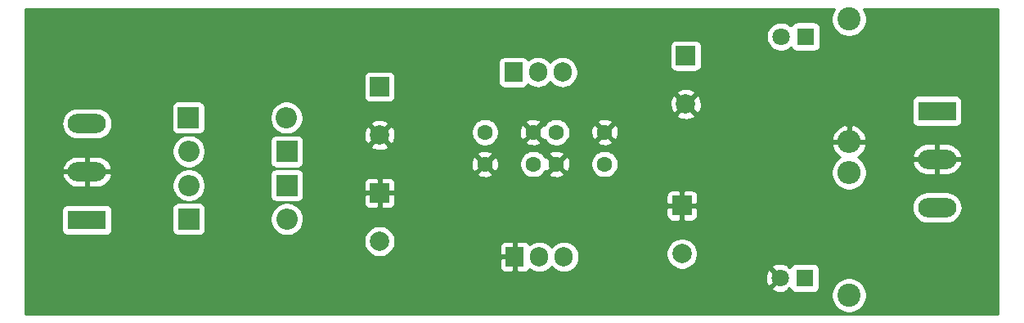
<source format=gbr>
G04 #@! TF.GenerationSoftware,KiCad,Pcbnew,5.1.5+dfsg1-2build2*
G04 #@! TF.CreationDate,2021-08-20T20:11:23+12:00*
G04 #@! TF.ProjectId,15vDualRailAC-DC,31357644-7561-46c5-9261-696c41432d44,rev?*
G04 #@! TF.SameCoordinates,Original*
G04 #@! TF.FileFunction,Copper,L2,Bot*
G04 #@! TF.FilePolarity,Positive*
%FSLAX46Y46*%
G04 Gerber Fmt 4.6, Leading zero omitted, Abs format (unit mm)*
G04 Created by KiCad (PCBNEW 5.1.5+dfsg1-2build2) date 2021-08-20 20:11:23*
%MOMM*%
%LPD*%
G04 APERTURE LIST*
%ADD10C,2.000000*%
%ADD11R,2.000000X2.000000*%
%ADD12O,1.905000X2.000000*%
%ADD13R,1.905000X2.000000*%
%ADD14O,2.400000X2.400000*%
%ADD15C,2.400000*%
%ADD16O,3.960000X1.980000*%
%ADD17R,3.960000X1.980000*%
%ADD18C,1.800000*%
%ADD19R,1.800000X1.800000*%
%ADD20O,2.200000X2.200000*%
%ADD21R,2.200000X2.200000*%
%ADD22C,1.600000*%
%ADD23C,0.254000*%
G04 APERTURE END LIST*
D10*
X125300000Y-72300000D03*
D11*
X125300000Y-67300000D03*
D12*
X144380000Y-84900000D03*
X141840000Y-84900000D03*
D13*
X139300000Y-84900000D03*
D12*
X144240000Y-65800000D03*
X141700000Y-65800000D03*
D13*
X139160000Y-65800000D03*
D14*
X173900000Y-76200000D03*
D15*
X173900000Y-88900000D03*
D14*
X173900000Y-73000000D03*
D15*
X173900000Y-60300000D03*
D16*
X183000000Y-79800000D03*
X183000000Y-74800000D03*
D17*
X183000000Y-69800000D03*
D16*
X95000000Y-71100000D03*
X95000000Y-76100000D03*
D17*
X95000000Y-81100000D03*
D18*
X166760000Y-87100000D03*
D19*
X169300000Y-87100000D03*
D18*
X166860000Y-62100000D03*
D19*
X169400000Y-62100000D03*
D20*
X105540000Y-74000000D03*
D21*
X115700000Y-74000000D03*
D20*
X105540000Y-77500000D03*
D21*
X115700000Y-77500000D03*
D20*
X115660000Y-70500000D03*
D21*
X105500000Y-70500000D03*
D20*
X115700000Y-81000000D03*
D21*
X105540000Y-81000000D03*
D22*
X148600000Y-75300000D03*
X143600000Y-75300000D03*
X148600000Y-72000000D03*
X143600000Y-72000000D03*
D10*
X156600000Y-84600000D03*
D11*
X156600000Y-79600000D03*
D10*
X157000000Y-69100000D03*
D11*
X157000000Y-64100000D03*
D22*
X141200000Y-75300000D03*
X136200000Y-75300000D03*
X141200000Y-72000000D03*
X136200000Y-72000000D03*
D10*
X125300000Y-83300000D03*
D11*
X125300000Y-78300000D03*
D23*
G36*
X172273844Y-59430801D02*
G01*
X172135518Y-59764750D01*
X172065000Y-60119268D01*
X172065000Y-60480732D01*
X172135518Y-60835250D01*
X172273844Y-61169199D01*
X172474662Y-61469744D01*
X172730256Y-61725338D01*
X173030801Y-61926156D01*
X173364750Y-62064482D01*
X173719268Y-62135000D01*
X174080732Y-62135000D01*
X174435250Y-62064482D01*
X174769199Y-61926156D01*
X175069744Y-61725338D01*
X175325338Y-61469744D01*
X175526156Y-61169199D01*
X175664482Y-60835250D01*
X175735000Y-60480732D01*
X175735000Y-60119268D01*
X175664482Y-59764750D01*
X175526156Y-59430801D01*
X175389980Y-59227000D01*
X189273395Y-59227000D01*
X189340000Y-80607164D01*
X189340000Y-90840000D01*
X88660000Y-90840000D01*
X88660000Y-88719268D01*
X172065000Y-88719268D01*
X172065000Y-89080732D01*
X172135518Y-89435250D01*
X172273844Y-89769199D01*
X172474662Y-90069744D01*
X172730256Y-90325338D01*
X173030801Y-90526156D01*
X173364750Y-90664482D01*
X173719268Y-90735000D01*
X174080732Y-90735000D01*
X174435250Y-90664482D01*
X174769199Y-90526156D01*
X175069744Y-90325338D01*
X175325338Y-90069744D01*
X175526156Y-89769199D01*
X175664482Y-89435250D01*
X175735000Y-89080732D01*
X175735000Y-88719268D01*
X175664482Y-88364750D01*
X175526156Y-88030801D01*
X175325338Y-87730256D01*
X175069744Y-87474662D01*
X174769199Y-87273844D01*
X174435250Y-87135518D01*
X174080732Y-87065000D01*
X173719268Y-87065000D01*
X173364750Y-87135518D01*
X173030801Y-87273844D01*
X172730256Y-87474662D01*
X172474662Y-87730256D01*
X172273844Y-88030801D01*
X172135518Y-88364750D01*
X172065000Y-88719268D01*
X88660000Y-88719268D01*
X88660000Y-87166553D01*
X165219009Y-87166553D01*
X165261603Y-87465907D01*
X165361778Y-87751199D01*
X165441739Y-87900792D01*
X165695920Y-87984475D01*
X166580395Y-87100000D01*
X165695920Y-86215525D01*
X165441739Y-86299208D01*
X165310842Y-86571775D01*
X165235635Y-86864642D01*
X165219009Y-87166553D01*
X88660000Y-87166553D01*
X88660000Y-85900000D01*
X137709428Y-85900000D01*
X137721688Y-86024482D01*
X137757998Y-86144180D01*
X137816963Y-86254494D01*
X137896315Y-86351185D01*
X137993006Y-86430537D01*
X138103320Y-86489502D01*
X138223018Y-86525812D01*
X138347500Y-86538072D01*
X139014250Y-86535000D01*
X139173000Y-86376250D01*
X139173000Y-85027000D01*
X137871250Y-85027000D01*
X137712500Y-85185750D01*
X137709428Y-85900000D01*
X88660000Y-85900000D01*
X88660000Y-83138967D01*
X123665000Y-83138967D01*
X123665000Y-83461033D01*
X123727832Y-83776912D01*
X123851082Y-84074463D01*
X124030013Y-84342252D01*
X124257748Y-84569987D01*
X124525537Y-84748918D01*
X124823088Y-84872168D01*
X125138967Y-84935000D01*
X125461033Y-84935000D01*
X125776912Y-84872168D01*
X126074463Y-84748918D01*
X126342252Y-84569987D01*
X126569987Y-84342252D01*
X126748918Y-84074463D01*
X126821183Y-83900000D01*
X137709428Y-83900000D01*
X137712500Y-84614250D01*
X137871250Y-84773000D01*
X139173000Y-84773000D01*
X139173000Y-83423750D01*
X139427000Y-83423750D01*
X139427000Y-84773000D01*
X139447000Y-84773000D01*
X139447000Y-85027000D01*
X139427000Y-85027000D01*
X139427000Y-86376250D01*
X139585750Y-86535000D01*
X140252500Y-86538072D01*
X140376982Y-86525812D01*
X140496680Y-86489502D01*
X140606994Y-86430537D01*
X140703685Y-86351185D01*
X140783037Y-86254494D01*
X140827905Y-86170553D01*
X140953766Y-86273845D01*
X141229552Y-86421255D01*
X141528797Y-86512030D01*
X141840000Y-86542681D01*
X142151204Y-86512030D01*
X142450449Y-86421255D01*
X142726235Y-86273845D01*
X142967963Y-86075463D01*
X143110000Y-85902391D01*
X143252037Y-86075463D01*
X143493766Y-86273845D01*
X143769552Y-86421255D01*
X144068797Y-86512030D01*
X144380000Y-86542681D01*
X144691204Y-86512030D01*
X144990449Y-86421255D01*
X145266235Y-86273845D01*
X145507963Y-86075463D01*
X145706345Y-85833734D01*
X145853755Y-85557948D01*
X145944530Y-85258703D01*
X145967500Y-85025485D01*
X145967500Y-84774514D01*
X145944530Y-84541296D01*
X145913489Y-84438967D01*
X154965000Y-84438967D01*
X154965000Y-84761033D01*
X155027832Y-85076912D01*
X155151082Y-85374463D01*
X155330013Y-85642252D01*
X155557748Y-85869987D01*
X155825537Y-86048918D01*
X156123088Y-86172168D01*
X156438967Y-86235000D01*
X156761033Y-86235000D01*
X157076912Y-86172168D01*
X157374463Y-86048918D01*
X157393915Y-86035920D01*
X165875525Y-86035920D01*
X166760000Y-86920395D01*
X166774143Y-86906253D01*
X166953748Y-87085858D01*
X166939605Y-87100000D01*
X166953748Y-87114143D01*
X166774143Y-87293748D01*
X166760000Y-87279605D01*
X165875525Y-88164080D01*
X165959208Y-88418261D01*
X166231775Y-88549158D01*
X166524642Y-88624365D01*
X166826553Y-88640991D01*
X167125907Y-88598397D01*
X167411199Y-88498222D01*
X167560792Y-88418261D01*
X167644474Y-88164082D01*
X167760422Y-88280030D01*
X167807187Y-88233265D01*
X167810498Y-88244180D01*
X167869463Y-88354494D01*
X167948815Y-88451185D01*
X168045506Y-88530537D01*
X168155820Y-88589502D01*
X168275518Y-88625812D01*
X168400000Y-88638072D01*
X170200000Y-88638072D01*
X170324482Y-88625812D01*
X170444180Y-88589502D01*
X170554494Y-88530537D01*
X170651185Y-88451185D01*
X170730537Y-88354494D01*
X170789502Y-88244180D01*
X170825812Y-88124482D01*
X170838072Y-88000000D01*
X170838072Y-86200000D01*
X170825812Y-86075518D01*
X170789502Y-85955820D01*
X170730537Y-85845506D01*
X170651185Y-85748815D01*
X170554494Y-85669463D01*
X170444180Y-85610498D01*
X170324482Y-85574188D01*
X170200000Y-85561928D01*
X168400000Y-85561928D01*
X168275518Y-85574188D01*
X168155820Y-85610498D01*
X168045506Y-85669463D01*
X167948815Y-85748815D01*
X167869463Y-85845506D01*
X167810498Y-85955820D01*
X167807187Y-85966735D01*
X167760422Y-85919970D01*
X167644474Y-86035918D01*
X167560792Y-85781739D01*
X167288225Y-85650842D01*
X166995358Y-85575635D01*
X166693447Y-85559009D01*
X166394093Y-85601603D01*
X166108801Y-85701778D01*
X165959208Y-85781739D01*
X165875525Y-86035920D01*
X157393915Y-86035920D01*
X157642252Y-85869987D01*
X157869987Y-85642252D01*
X158048918Y-85374463D01*
X158172168Y-85076912D01*
X158235000Y-84761033D01*
X158235000Y-84438967D01*
X158172168Y-84123088D01*
X158048918Y-83825537D01*
X157869987Y-83557748D01*
X157642252Y-83330013D01*
X157374463Y-83151082D01*
X157076912Y-83027832D01*
X156761033Y-82965000D01*
X156438967Y-82965000D01*
X156123088Y-83027832D01*
X155825537Y-83151082D01*
X155557748Y-83330013D01*
X155330013Y-83557748D01*
X155151082Y-83825537D01*
X155027832Y-84123088D01*
X154965000Y-84438967D01*
X145913489Y-84438967D01*
X145853755Y-84242051D01*
X145706345Y-83966265D01*
X145507963Y-83724537D01*
X145266234Y-83526155D01*
X144990448Y-83378745D01*
X144691203Y-83287970D01*
X144380000Y-83257319D01*
X144068796Y-83287970D01*
X143769551Y-83378745D01*
X143493765Y-83526155D01*
X143252037Y-83724537D01*
X143110000Y-83897609D01*
X142967963Y-83724537D01*
X142726234Y-83526155D01*
X142450448Y-83378745D01*
X142151203Y-83287970D01*
X141840000Y-83257319D01*
X141528796Y-83287970D01*
X141229551Y-83378745D01*
X140953765Y-83526155D01*
X140827905Y-83629446D01*
X140783037Y-83545506D01*
X140703685Y-83448815D01*
X140606994Y-83369463D01*
X140496680Y-83310498D01*
X140376982Y-83274188D01*
X140252500Y-83261928D01*
X139585750Y-83265000D01*
X139427000Y-83423750D01*
X139173000Y-83423750D01*
X139014250Y-83265000D01*
X138347500Y-83261928D01*
X138223018Y-83274188D01*
X138103320Y-83310498D01*
X137993006Y-83369463D01*
X137896315Y-83448815D01*
X137816963Y-83545506D01*
X137757998Y-83655820D01*
X137721688Y-83775518D01*
X137709428Y-83900000D01*
X126821183Y-83900000D01*
X126872168Y-83776912D01*
X126935000Y-83461033D01*
X126935000Y-83138967D01*
X126872168Y-82823088D01*
X126748918Y-82525537D01*
X126569987Y-82257748D01*
X126342252Y-82030013D01*
X126074463Y-81851082D01*
X125776912Y-81727832D01*
X125461033Y-81665000D01*
X125138967Y-81665000D01*
X124823088Y-81727832D01*
X124525537Y-81851082D01*
X124257748Y-82030013D01*
X124030013Y-82257748D01*
X123851082Y-82525537D01*
X123727832Y-82823088D01*
X123665000Y-83138967D01*
X88660000Y-83138967D01*
X88660000Y-80110000D01*
X92381928Y-80110000D01*
X92381928Y-82090000D01*
X92394188Y-82214482D01*
X92430498Y-82334180D01*
X92489463Y-82444494D01*
X92568815Y-82541185D01*
X92665506Y-82620537D01*
X92775820Y-82679502D01*
X92895518Y-82715812D01*
X93020000Y-82728072D01*
X96980000Y-82728072D01*
X97104482Y-82715812D01*
X97224180Y-82679502D01*
X97334494Y-82620537D01*
X97431185Y-82541185D01*
X97510537Y-82444494D01*
X97569502Y-82334180D01*
X97605812Y-82214482D01*
X97618072Y-82090000D01*
X97618072Y-80110000D01*
X97605812Y-79985518D01*
X97579871Y-79900000D01*
X103801928Y-79900000D01*
X103801928Y-82100000D01*
X103814188Y-82224482D01*
X103850498Y-82344180D01*
X103909463Y-82454494D01*
X103988815Y-82551185D01*
X104085506Y-82630537D01*
X104195820Y-82689502D01*
X104315518Y-82725812D01*
X104440000Y-82738072D01*
X106640000Y-82738072D01*
X106764482Y-82725812D01*
X106884180Y-82689502D01*
X106994494Y-82630537D01*
X107091185Y-82551185D01*
X107170537Y-82454494D01*
X107229502Y-82344180D01*
X107265812Y-82224482D01*
X107278072Y-82100000D01*
X107278072Y-80829117D01*
X113965000Y-80829117D01*
X113965000Y-81170883D01*
X114031675Y-81506081D01*
X114162463Y-81821831D01*
X114352337Y-82105998D01*
X114594002Y-82347663D01*
X114878169Y-82537537D01*
X115193919Y-82668325D01*
X115529117Y-82735000D01*
X115870883Y-82735000D01*
X116206081Y-82668325D01*
X116521831Y-82537537D01*
X116805998Y-82347663D01*
X117047663Y-82105998D01*
X117237537Y-81821831D01*
X117368325Y-81506081D01*
X117435000Y-81170883D01*
X117435000Y-80829117D01*
X117389426Y-80600000D01*
X154961928Y-80600000D01*
X154974188Y-80724482D01*
X155010498Y-80844180D01*
X155069463Y-80954494D01*
X155148815Y-81051185D01*
X155245506Y-81130537D01*
X155355820Y-81189502D01*
X155475518Y-81225812D01*
X155600000Y-81238072D01*
X156314250Y-81235000D01*
X156473000Y-81076250D01*
X156473000Y-79727000D01*
X156727000Y-79727000D01*
X156727000Y-81076250D01*
X156885750Y-81235000D01*
X157600000Y-81238072D01*
X157724482Y-81225812D01*
X157844180Y-81189502D01*
X157954494Y-81130537D01*
X158051185Y-81051185D01*
X158130537Y-80954494D01*
X158189502Y-80844180D01*
X158225812Y-80724482D01*
X158238072Y-80600000D01*
X158235000Y-79885750D01*
X158149250Y-79800000D01*
X180377138Y-79800000D01*
X180408513Y-80118556D01*
X180501432Y-80424869D01*
X180652325Y-80707170D01*
X180855392Y-80954608D01*
X181102830Y-81157675D01*
X181385131Y-81308568D01*
X181691444Y-81401487D01*
X181930176Y-81425000D01*
X184069824Y-81425000D01*
X184308556Y-81401487D01*
X184614869Y-81308568D01*
X184897170Y-81157675D01*
X185144608Y-80954608D01*
X185347675Y-80707170D01*
X185498568Y-80424869D01*
X185591487Y-80118556D01*
X185622862Y-79800000D01*
X185591487Y-79481444D01*
X185498568Y-79175131D01*
X185347675Y-78892830D01*
X185144608Y-78645392D01*
X184897170Y-78442325D01*
X184614869Y-78291432D01*
X184308556Y-78198513D01*
X184069824Y-78175000D01*
X181930176Y-78175000D01*
X181691444Y-78198513D01*
X181385131Y-78291432D01*
X181102830Y-78442325D01*
X180855392Y-78645392D01*
X180652325Y-78892830D01*
X180501432Y-79175131D01*
X180408513Y-79481444D01*
X180377138Y-79800000D01*
X158149250Y-79800000D01*
X158076250Y-79727000D01*
X156727000Y-79727000D01*
X156473000Y-79727000D01*
X155123750Y-79727000D01*
X154965000Y-79885750D01*
X154961928Y-80600000D01*
X117389426Y-80600000D01*
X117368325Y-80493919D01*
X117237537Y-80178169D01*
X117047663Y-79894002D01*
X116805998Y-79652337D01*
X116521831Y-79462463D01*
X116206081Y-79331675D01*
X116046840Y-79300000D01*
X123661928Y-79300000D01*
X123674188Y-79424482D01*
X123710498Y-79544180D01*
X123769463Y-79654494D01*
X123848815Y-79751185D01*
X123945506Y-79830537D01*
X124055820Y-79889502D01*
X124175518Y-79925812D01*
X124300000Y-79938072D01*
X125014250Y-79935000D01*
X125173000Y-79776250D01*
X125173000Y-78427000D01*
X125427000Y-78427000D01*
X125427000Y-79776250D01*
X125585750Y-79935000D01*
X126300000Y-79938072D01*
X126424482Y-79925812D01*
X126544180Y-79889502D01*
X126654494Y-79830537D01*
X126751185Y-79751185D01*
X126830537Y-79654494D01*
X126889502Y-79544180D01*
X126925812Y-79424482D01*
X126938072Y-79300000D01*
X126935062Y-78600000D01*
X154961928Y-78600000D01*
X154965000Y-79314250D01*
X155123750Y-79473000D01*
X156473000Y-79473000D01*
X156473000Y-78123750D01*
X156727000Y-78123750D01*
X156727000Y-79473000D01*
X158076250Y-79473000D01*
X158235000Y-79314250D01*
X158238072Y-78600000D01*
X158225812Y-78475518D01*
X158189502Y-78355820D01*
X158130537Y-78245506D01*
X158051185Y-78148815D01*
X157954494Y-78069463D01*
X157844180Y-78010498D01*
X157724482Y-77974188D01*
X157600000Y-77961928D01*
X156885750Y-77965000D01*
X156727000Y-78123750D01*
X156473000Y-78123750D01*
X156314250Y-77965000D01*
X155600000Y-77961928D01*
X155475518Y-77974188D01*
X155355820Y-78010498D01*
X155245506Y-78069463D01*
X155148815Y-78148815D01*
X155069463Y-78245506D01*
X155010498Y-78355820D01*
X154974188Y-78475518D01*
X154961928Y-78600000D01*
X126935062Y-78600000D01*
X126935000Y-78585750D01*
X126776250Y-78427000D01*
X125427000Y-78427000D01*
X125173000Y-78427000D01*
X123823750Y-78427000D01*
X123665000Y-78585750D01*
X123661928Y-79300000D01*
X116046840Y-79300000D01*
X115870883Y-79265000D01*
X115529117Y-79265000D01*
X115193919Y-79331675D01*
X114878169Y-79462463D01*
X114594002Y-79652337D01*
X114352337Y-79894002D01*
X114162463Y-80178169D01*
X114031675Y-80493919D01*
X113965000Y-80829117D01*
X107278072Y-80829117D01*
X107278072Y-79900000D01*
X107265812Y-79775518D01*
X107229502Y-79655820D01*
X107170537Y-79545506D01*
X107091185Y-79448815D01*
X106994494Y-79369463D01*
X106884180Y-79310498D01*
X106764482Y-79274188D01*
X106640000Y-79261928D01*
X104440000Y-79261928D01*
X104315518Y-79274188D01*
X104195820Y-79310498D01*
X104085506Y-79369463D01*
X103988815Y-79448815D01*
X103909463Y-79545506D01*
X103850498Y-79655820D01*
X103814188Y-79775518D01*
X103801928Y-79900000D01*
X97579871Y-79900000D01*
X97569502Y-79865820D01*
X97510537Y-79755506D01*
X97431185Y-79658815D01*
X97334494Y-79579463D01*
X97224180Y-79520498D01*
X97104482Y-79484188D01*
X96980000Y-79471928D01*
X93020000Y-79471928D01*
X92895518Y-79484188D01*
X92775820Y-79520498D01*
X92665506Y-79579463D01*
X92568815Y-79658815D01*
X92489463Y-79755506D01*
X92430498Y-79865820D01*
X92394188Y-79985518D01*
X92381928Y-80110000D01*
X88660000Y-80110000D01*
X88660000Y-76478865D01*
X92429782Y-76478865D01*
X92460095Y-76604528D01*
X92588304Y-76897205D01*
X92771148Y-77159246D01*
X93001601Y-77380581D01*
X93270806Y-77552704D01*
X93568418Y-77669000D01*
X93883000Y-77725000D01*
X94873000Y-77725000D01*
X94873000Y-76227000D01*
X95127000Y-76227000D01*
X95127000Y-77725000D01*
X96117000Y-77725000D01*
X96431582Y-77669000D01*
X96729194Y-77552704D01*
X96998399Y-77380581D01*
X97051983Y-77329117D01*
X103805000Y-77329117D01*
X103805000Y-77670883D01*
X103871675Y-78006081D01*
X104002463Y-78321831D01*
X104192337Y-78605998D01*
X104434002Y-78847663D01*
X104718169Y-79037537D01*
X105033919Y-79168325D01*
X105369117Y-79235000D01*
X105710883Y-79235000D01*
X106046081Y-79168325D01*
X106361831Y-79037537D01*
X106645998Y-78847663D01*
X106887663Y-78605998D01*
X107077537Y-78321831D01*
X107208325Y-78006081D01*
X107275000Y-77670883D01*
X107275000Y-77329117D01*
X107208325Y-76993919D01*
X107077537Y-76678169D01*
X106891671Y-76400000D01*
X113961928Y-76400000D01*
X113961928Y-78600000D01*
X113974188Y-78724482D01*
X114010498Y-78844180D01*
X114069463Y-78954494D01*
X114148815Y-79051185D01*
X114245506Y-79130537D01*
X114355820Y-79189502D01*
X114475518Y-79225812D01*
X114600000Y-79238072D01*
X116800000Y-79238072D01*
X116924482Y-79225812D01*
X117044180Y-79189502D01*
X117154494Y-79130537D01*
X117251185Y-79051185D01*
X117330537Y-78954494D01*
X117389502Y-78844180D01*
X117425812Y-78724482D01*
X117438072Y-78600000D01*
X117438072Y-77300000D01*
X123661928Y-77300000D01*
X123665000Y-78014250D01*
X123823750Y-78173000D01*
X125173000Y-78173000D01*
X125173000Y-76823750D01*
X125427000Y-76823750D01*
X125427000Y-78173000D01*
X126776250Y-78173000D01*
X126935000Y-78014250D01*
X126938072Y-77300000D01*
X126925812Y-77175518D01*
X126889502Y-77055820D01*
X126830537Y-76945506D01*
X126751185Y-76848815D01*
X126654494Y-76769463D01*
X126544180Y-76710498D01*
X126424482Y-76674188D01*
X126300000Y-76661928D01*
X125585750Y-76665000D01*
X125427000Y-76823750D01*
X125173000Y-76823750D01*
X125014250Y-76665000D01*
X124300000Y-76661928D01*
X124175518Y-76674188D01*
X124055820Y-76710498D01*
X123945506Y-76769463D01*
X123848815Y-76848815D01*
X123769463Y-76945506D01*
X123710498Y-77055820D01*
X123674188Y-77175518D01*
X123661928Y-77300000D01*
X117438072Y-77300000D01*
X117438072Y-76400000D01*
X117427505Y-76292702D01*
X135386903Y-76292702D01*
X135458486Y-76536671D01*
X135713996Y-76657571D01*
X135988184Y-76726300D01*
X136270512Y-76740217D01*
X136550130Y-76698787D01*
X136816292Y-76603603D01*
X136941514Y-76536671D01*
X137013097Y-76292702D01*
X136200000Y-75479605D01*
X135386903Y-76292702D01*
X117427505Y-76292702D01*
X117425812Y-76275518D01*
X117389502Y-76155820D01*
X117330537Y-76045506D01*
X117251185Y-75948815D01*
X117154494Y-75869463D01*
X117044180Y-75810498D01*
X116924482Y-75774188D01*
X116800000Y-75761928D01*
X114600000Y-75761928D01*
X114475518Y-75774188D01*
X114355820Y-75810498D01*
X114245506Y-75869463D01*
X114148815Y-75948815D01*
X114069463Y-76045506D01*
X114010498Y-76155820D01*
X113974188Y-76275518D01*
X113961928Y-76400000D01*
X106891671Y-76400000D01*
X106887663Y-76394002D01*
X106645998Y-76152337D01*
X106361831Y-75962463D01*
X106046081Y-75831675D01*
X105710883Y-75765000D01*
X105369117Y-75765000D01*
X105033919Y-75831675D01*
X104718169Y-75962463D01*
X104434002Y-76152337D01*
X104192337Y-76394002D01*
X104002463Y-76678169D01*
X103871675Y-76993919D01*
X103805000Y-77329117D01*
X97051983Y-77329117D01*
X97228852Y-77159246D01*
X97411696Y-76897205D01*
X97539905Y-76604528D01*
X97570218Y-76478865D01*
X97450740Y-76227000D01*
X95127000Y-76227000D01*
X94873000Y-76227000D01*
X92549260Y-76227000D01*
X92429782Y-76478865D01*
X88660000Y-76478865D01*
X88660000Y-75721135D01*
X92429782Y-75721135D01*
X92549260Y-75973000D01*
X94873000Y-75973000D01*
X94873000Y-74475000D01*
X95127000Y-74475000D01*
X95127000Y-75973000D01*
X97450740Y-75973000D01*
X97570218Y-75721135D01*
X97539905Y-75595472D01*
X97411696Y-75302795D01*
X97228852Y-75040754D01*
X96998399Y-74819419D01*
X96729194Y-74647296D01*
X96431582Y-74531000D01*
X96117000Y-74475000D01*
X95127000Y-74475000D01*
X94873000Y-74475000D01*
X93883000Y-74475000D01*
X93568418Y-74531000D01*
X93270806Y-74647296D01*
X93001601Y-74819419D01*
X92771148Y-75040754D01*
X92588304Y-75302795D01*
X92460095Y-75595472D01*
X92429782Y-75721135D01*
X88660000Y-75721135D01*
X88660000Y-73829117D01*
X103805000Y-73829117D01*
X103805000Y-74170883D01*
X103871675Y-74506081D01*
X104002463Y-74821831D01*
X104192337Y-75105998D01*
X104434002Y-75347663D01*
X104718169Y-75537537D01*
X105033919Y-75668325D01*
X105369117Y-75735000D01*
X105710883Y-75735000D01*
X106046081Y-75668325D01*
X106361831Y-75537537D01*
X106645998Y-75347663D01*
X106887663Y-75105998D01*
X107077537Y-74821831D01*
X107208325Y-74506081D01*
X107275000Y-74170883D01*
X107275000Y-73829117D01*
X107208325Y-73493919D01*
X107077537Y-73178169D01*
X106891671Y-72900000D01*
X113961928Y-72900000D01*
X113961928Y-75100000D01*
X113974188Y-75224482D01*
X114010498Y-75344180D01*
X114069463Y-75454494D01*
X114148815Y-75551185D01*
X114245506Y-75630537D01*
X114355820Y-75689502D01*
X114475518Y-75725812D01*
X114600000Y-75738072D01*
X116800000Y-75738072D01*
X116924482Y-75725812D01*
X117044180Y-75689502D01*
X117154494Y-75630537D01*
X117251185Y-75551185D01*
X117330537Y-75454494D01*
X117375427Y-75370512D01*
X134759783Y-75370512D01*
X134801213Y-75650130D01*
X134896397Y-75916292D01*
X134963329Y-76041514D01*
X135207298Y-76113097D01*
X136020395Y-75300000D01*
X136379605Y-75300000D01*
X137192702Y-76113097D01*
X137436671Y-76041514D01*
X137557571Y-75786004D01*
X137626300Y-75511816D01*
X137640217Y-75229488D01*
X137629724Y-75158665D01*
X139765000Y-75158665D01*
X139765000Y-75441335D01*
X139820147Y-75718574D01*
X139928320Y-75979727D01*
X140085363Y-76214759D01*
X140285241Y-76414637D01*
X140520273Y-76571680D01*
X140781426Y-76679853D01*
X141058665Y-76735000D01*
X141341335Y-76735000D01*
X141618574Y-76679853D01*
X141879727Y-76571680D01*
X142114759Y-76414637D01*
X142236694Y-76292702D01*
X142786903Y-76292702D01*
X142858486Y-76536671D01*
X143113996Y-76657571D01*
X143388184Y-76726300D01*
X143670512Y-76740217D01*
X143950130Y-76698787D01*
X144216292Y-76603603D01*
X144341514Y-76536671D01*
X144413097Y-76292702D01*
X143600000Y-75479605D01*
X142786903Y-76292702D01*
X142236694Y-76292702D01*
X142314637Y-76214759D01*
X142419402Y-76057966D01*
X142607298Y-76113097D01*
X143420395Y-75300000D01*
X143779605Y-75300000D01*
X144592702Y-76113097D01*
X144836671Y-76041514D01*
X144957571Y-75786004D01*
X145026300Y-75511816D01*
X145040217Y-75229488D01*
X145029724Y-75158665D01*
X147165000Y-75158665D01*
X147165000Y-75441335D01*
X147220147Y-75718574D01*
X147328320Y-75979727D01*
X147485363Y-76214759D01*
X147685241Y-76414637D01*
X147920273Y-76571680D01*
X148181426Y-76679853D01*
X148458665Y-76735000D01*
X148741335Y-76735000D01*
X149018574Y-76679853D01*
X149279727Y-76571680D01*
X149514759Y-76414637D01*
X149714637Y-76214759D01*
X149845259Y-76019268D01*
X172065000Y-76019268D01*
X172065000Y-76380732D01*
X172135518Y-76735250D01*
X172273844Y-77069199D01*
X172474662Y-77369744D01*
X172730256Y-77625338D01*
X173030801Y-77826156D01*
X173364750Y-77964482D01*
X173719268Y-78035000D01*
X174080732Y-78035000D01*
X174435250Y-77964482D01*
X174769199Y-77826156D01*
X175069744Y-77625338D01*
X175325338Y-77369744D01*
X175526156Y-77069199D01*
X175664482Y-76735250D01*
X175735000Y-76380732D01*
X175735000Y-76019268D01*
X175664482Y-75664750D01*
X175526156Y-75330801D01*
X175424636Y-75178865D01*
X180429782Y-75178865D01*
X180460095Y-75304528D01*
X180588304Y-75597205D01*
X180771148Y-75859246D01*
X181001601Y-76080581D01*
X181270806Y-76252704D01*
X181568418Y-76369000D01*
X181883000Y-76425000D01*
X182873000Y-76425000D01*
X182873000Y-74927000D01*
X183127000Y-74927000D01*
X183127000Y-76425000D01*
X184117000Y-76425000D01*
X184431582Y-76369000D01*
X184729194Y-76252704D01*
X184998399Y-76080581D01*
X185228852Y-75859246D01*
X185411696Y-75597205D01*
X185539905Y-75304528D01*
X185570218Y-75178865D01*
X185450740Y-74927000D01*
X183127000Y-74927000D01*
X182873000Y-74927000D01*
X180549260Y-74927000D01*
X180429782Y-75178865D01*
X175424636Y-75178865D01*
X175325338Y-75030256D01*
X175069744Y-74774662D01*
X174797931Y-74593042D01*
X174873257Y-74555639D01*
X175047558Y-74421135D01*
X180429782Y-74421135D01*
X180549260Y-74673000D01*
X182873000Y-74673000D01*
X182873000Y-73175000D01*
X183127000Y-73175000D01*
X183127000Y-74673000D01*
X185450740Y-74673000D01*
X185570218Y-74421135D01*
X185539905Y-74295472D01*
X185411696Y-74002795D01*
X185228852Y-73740754D01*
X184998399Y-73519419D01*
X184729194Y-73347296D01*
X184431582Y-73231000D01*
X184117000Y-73175000D01*
X183127000Y-73175000D01*
X182873000Y-73175000D01*
X181883000Y-73175000D01*
X181568418Y-73231000D01*
X181270806Y-73347296D01*
X181001601Y-73519419D01*
X180771148Y-73740754D01*
X180588304Y-74002795D01*
X180460095Y-74295472D01*
X180429782Y-74421135D01*
X175047558Y-74421135D01*
X175158046Y-74335875D01*
X175394489Y-74064774D01*
X175573500Y-73752754D01*
X175688199Y-73411806D01*
X175571854Y-73127000D01*
X174027000Y-73127000D01*
X174027000Y-73147000D01*
X173773000Y-73147000D01*
X173773000Y-73127000D01*
X172228146Y-73127000D01*
X172111801Y-73411806D01*
X172226500Y-73752754D01*
X172405511Y-74064774D01*
X172641954Y-74335875D01*
X172926743Y-74555639D01*
X173002069Y-74593042D01*
X172730256Y-74774662D01*
X172474662Y-75030256D01*
X172273844Y-75330801D01*
X172135518Y-75664750D01*
X172065000Y-76019268D01*
X149845259Y-76019268D01*
X149871680Y-75979727D01*
X149979853Y-75718574D01*
X150035000Y-75441335D01*
X150035000Y-75158665D01*
X149979853Y-74881426D01*
X149871680Y-74620273D01*
X149714637Y-74385241D01*
X149514759Y-74185363D01*
X149279727Y-74028320D01*
X149018574Y-73920147D01*
X148741335Y-73865000D01*
X148458665Y-73865000D01*
X148181426Y-73920147D01*
X147920273Y-74028320D01*
X147685241Y-74185363D01*
X147485363Y-74385241D01*
X147328320Y-74620273D01*
X147220147Y-74881426D01*
X147165000Y-75158665D01*
X145029724Y-75158665D01*
X144998787Y-74949870D01*
X144903603Y-74683708D01*
X144836671Y-74558486D01*
X144592702Y-74486903D01*
X143779605Y-75300000D01*
X143420395Y-75300000D01*
X142607298Y-74486903D01*
X142419402Y-74542034D01*
X142314637Y-74385241D01*
X142236694Y-74307298D01*
X142786903Y-74307298D01*
X143600000Y-75120395D01*
X144413097Y-74307298D01*
X144341514Y-74063329D01*
X144086004Y-73942429D01*
X143811816Y-73873700D01*
X143529488Y-73859783D01*
X143249870Y-73901213D01*
X142983708Y-73996397D01*
X142858486Y-74063329D01*
X142786903Y-74307298D01*
X142236694Y-74307298D01*
X142114759Y-74185363D01*
X141879727Y-74028320D01*
X141618574Y-73920147D01*
X141341335Y-73865000D01*
X141058665Y-73865000D01*
X140781426Y-73920147D01*
X140520273Y-74028320D01*
X140285241Y-74185363D01*
X140085363Y-74385241D01*
X139928320Y-74620273D01*
X139820147Y-74881426D01*
X139765000Y-75158665D01*
X137629724Y-75158665D01*
X137598787Y-74949870D01*
X137503603Y-74683708D01*
X137436671Y-74558486D01*
X137192702Y-74486903D01*
X136379605Y-75300000D01*
X136020395Y-75300000D01*
X135207298Y-74486903D01*
X134963329Y-74558486D01*
X134842429Y-74813996D01*
X134773700Y-75088184D01*
X134759783Y-75370512D01*
X117375427Y-75370512D01*
X117389502Y-75344180D01*
X117425812Y-75224482D01*
X117438072Y-75100000D01*
X117438072Y-74307298D01*
X135386903Y-74307298D01*
X136200000Y-75120395D01*
X137013097Y-74307298D01*
X136941514Y-74063329D01*
X136686004Y-73942429D01*
X136411816Y-73873700D01*
X136129488Y-73859783D01*
X135849870Y-73901213D01*
X135583708Y-73996397D01*
X135458486Y-74063329D01*
X135386903Y-74307298D01*
X117438072Y-74307298D01*
X117438072Y-73435413D01*
X124344192Y-73435413D01*
X124439956Y-73699814D01*
X124729571Y-73840704D01*
X125041108Y-73922384D01*
X125362595Y-73941718D01*
X125681675Y-73897961D01*
X125986088Y-73792795D01*
X126160044Y-73699814D01*
X126255808Y-73435413D01*
X125300000Y-72479605D01*
X124344192Y-73435413D01*
X117438072Y-73435413D01*
X117438072Y-72900000D01*
X117425812Y-72775518D01*
X117389502Y-72655820D01*
X117330537Y-72545506D01*
X117251185Y-72448815D01*
X117154494Y-72369463D01*
X117141646Y-72362595D01*
X123658282Y-72362595D01*
X123702039Y-72681675D01*
X123807205Y-72986088D01*
X123900186Y-73160044D01*
X124164587Y-73255808D01*
X125120395Y-72300000D01*
X125479605Y-72300000D01*
X126435413Y-73255808D01*
X126699814Y-73160044D01*
X126840704Y-72870429D01*
X126922384Y-72558892D01*
X126941718Y-72237405D01*
X126897961Y-71918325D01*
X126877351Y-71858665D01*
X134765000Y-71858665D01*
X134765000Y-72141335D01*
X134820147Y-72418574D01*
X134928320Y-72679727D01*
X135085363Y-72914759D01*
X135285241Y-73114637D01*
X135520273Y-73271680D01*
X135781426Y-73379853D01*
X136058665Y-73435000D01*
X136341335Y-73435000D01*
X136618574Y-73379853D01*
X136879727Y-73271680D01*
X137114759Y-73114637D01*
X137236694Y-72992702D01*
X140386903Y-72992702D01*
X140458486Y-73236671D01*
X140713996Y-73357571D01*
X140988184Y-73426300D01*
X141270512Y-73440217D01*
X141550130Y-73398787D01*
X141816292Y-73303603D01*
X141941514Y-73236671D01*
X142013097Y-72992702D01*
X141200000Y-72179605D01*
X140386903Y-72992702D01*
X137236694Y-72992702D01*
X137314637Y-72914759D01*
X137471680Y-72679727D01*
X137579853Y-72418574D01*
X137635000Y-72141335D01*
X137635000Y-72070512D01*
X139759783Y-72070512D01*
X139801213Y-72350130D01*
X139896397Y-72616292D01*
X139963329Y-72741514D01*
X140207298Y-72813097D01*
X141020395Y-72000000D01*
X141379605Y-72000000D01*
X142192702Y-72813097D01*
X142380598Y-72757966D01*
X142485363Y-72914759D01*
X142685241Y-73114637D01*
X142920273Y-73271680D01*
X143181426Y-73379853D01*
X143458665Y-73435000D01*
X143741335Y-73435000D01*
X144018574Y-73379853D01*
X144279727Y-73271680D01*
X144514759Y-73114637D01*
X144636694Y-72992702D01*
X147786903Y-72992702D01*
X147858486Y-73236671D01*
X148113996Y-73357571D01*
X148388184Y-73426300D01*
X148670512Y-73440217D01*
X148950130Y-73398787D01*
X149216292Y-73303603D01*
X149341514Y-73236671D01*
X149413097Y-72992702D01*
X148600000Y-72179605D01*
X147786903Y-72992702D01*
X144636694Y-72992702D01*
X144714637Y-72914759D01*
X144871680Y-72679727D01*
X144979853Y-72418574D01*
X145035000Y-72141335D01*
X145035000Y-72070512D01*
X147159783Y-72070512D01*
X147201213Y-72350130D01*
X147296397Y-72616292D01*
X147363329Y-72741514D01*
X147607298Y-72813097D01*
X148420395Y-72000000D01*
X148779605Y-72000000D01*
X149592702Y-72813097D01*
X149836671Y-72741514D01*
X149909217Y-72588194D01*
X172111801Y-72588194D01*
X172228146Y-72873000D01*
X173773000Y-72873000D01*
X173773000Y-71328568D01*
X174027000Y-71328568D01*
X174027000Y-72873000D01*
X175571854Y-72873000D01*
X175688199Y-72588194D01*
X175573500Y-72247246D01*
X175394489Y-71935226D01*
X175158046Y-71664125D01*
X174873257Y-71444361D01*
X174551066Y-71284379D01*
X174311805Y-71211805D01*
X174027000Y-71328568D01*
X173773000Y-71328568D01*
X173488195Y-71211805D01*
X173248934Y-71284379D01*
X172926743Y-71444361D01*
X172641954Y-71664125D01*
X172405511Y-71935226D01*
X172226500Y-72247246D01*
X172111801Y-72588194D01*
X149909217Y-72588194D01*
X149957571Y-72486004D01*
X150026300Y-72211816D01*
X150040217Y-71929488D01*
X149998787Y-71649870D01*
X149903603Y-71383708D01*
X149836671Y-71258486D01*
X149592702Y-71186903D01*
X148779605Y-72000000D01*
X148420395Y-72000000D01*
X147607298Y-71186903D01*
X147363329Y-71258486D01*
X147242429Y-71513996D01*
X147173700Y-71788184D01*
X147159783Y-72070512D01*
X145035000Y-72070512D01*
X145035000Y-71858665D01*
X144979853Y-71581426D01*
X144871680Y-71320273D01*
X144714637Y-71085241D01*
X144636694Y-71007298D01*
X147786903Y-71007298D01*
X148600000Y-71820395D01*
X149413097Y-71007298D01*
X149341514Y-70763329D01*
X149086004Y-70642429D01*
X148811816Y-70573700D01*
X148529488Y-70559783D01*
X148249870Y-70601213D01*
X147983708Y-70696397D01*
X147858486Y-70763329D01*
X147786903Y-71007298D01*
X144636694Y-71007298D01*
X144514759Y-70885363D01*
X144279727Y-70728320D01*
X144018574Y-70620147D01*
X143741335Y-70565000D01*
X143458665Y-70565000D01*
X143181426Y-70620147D01*
X142920273Y-70728320D01*
X142685241Y-70885363D01*
X142485363Y-71085241D01*
X142380598Y-71242034D01*
X142192702Y-71186903D01*
X141379605Y-72000000D01*
X141020395Y-72000000D01*
X140207298Y-71186903D01*
X139963329Y-71258486D01*
X139842429Y-71513996D01*
X139773700Y-71788184D01*
X139759783Y-72070512D01*
X137635000Y-72070512D01*
X137635000Y-71858665D01*
X137579853Y-71581426D01*
X137471680Y-71320273D01*
X137314637Y-71085241D01*
X137236694Y-71007298D01*
X140386903Y-71007298D01*
X141200000Y-71820395D01*
X142013097Y-71007298D01*
X141941514Y-70763329D01*
X141686004Y-70642429D01*
X141411816Y-70573700D01*
X141129488Y-70559783D01*
X140849870Y-70601213D01*
X140583708Y-70696397D01*
X140458486Y-70763329D01*
X140386903Y-71007298D01*
X137236694Y-71007298D01*
X137114759Y-70885363D01*
X136879727Y-70728320D01*
X136618574Y-70620147D01*
X136341335Y-70565000D01*
X136058665Y-70565000D01*
X135781426Y-70620147D01*
X135520273Y-70728320D01*
X135285241Y-70885363D01*
X135085363Y-71085241D01*
X134928320Y-71320273D01*
X134820147Y-71581426D01*
X134765000Y-71858665D01*
X126877351Y-71858665D01*
X126792795Y-71613912D01*
X126699814Y-71439956D01*
X126435413Y-71344192D01*
X125479605Y-72300000D01*
X125120395Y-72300000D01*
X124164587Y-71344192D01*
X123900186Y-71439956D01*
X123759296Y-71729571D01*
X123677616Y-72041108D01*
X123658282Y-72362595D01*
X117141646Y-72362595D01*
X117044180Y-72310498D01*
X116924482Y-72274188D01*
X116800000Y-72261928D01*
X114600000Y-72261928D01*
X114475518Y-72274188D01*
X114355820Y-72310498D01*
X114245506Y-72369463D01*
X114148815Y-72448815D01*
X114069463Y-72545506D01*
X114010498Y-72655820D01*
X113974188Y-72775518D01*
X113961928Y-72900000D01*
X106891671Y-72900000D01*
X106887663Y-72894002D01*
X106645998Y-72652337D01*
X106361831Y-72462463D01*
X106046081Y-72331675D01*
X105710883Y-72265000D01*
X105369117Y-72265000D01*
X105033919Y-72331675D01*
X104718169Y-72462463D01*
X104434002Y-72652337D01*
X104192337Y-72894002D01*
X104002463Y-73178169D01*
X103871675Y-73493919D01*
X103805000Y-73829117D01*
X88660000Y-73829117D01*
X88660000Y-71100000D01*
X92377138Y-71100000D01*
X92408513Y-71418556D01*
X92501432Y-71724869D01*
X92652325Y-72007170D01*
X92855392Y-72254608D01*
X93102830Y-72457675D01*
X93385131Y-72608568D01*
X93691444Y-72701487D01*
X93930176Y-72725000D01*
X96069824Y-72725000D01*
X96308556Y-72701487D01*
X96614869Y-72608568D01*
X96897170Y-72457675D01*
X97144608Y-72254608D01*
X97347675Y-72007170D01*
X97498568Y-71724869D01*
X97591487Y-71418556D01*
X97622862Y-71100000D01*
X97591487Y-70781444D01*
X97498568Y-70475131D01*
X97347675Y-70192830D01*
X97144608Y-69945392D01*
X96897170Y-69742325D01*
X96614869Y-69591432D01*
X96308556Y-69498513D01*
X96069824Y-69475000D01*
X93930176Y-69475000D01*
X93691444Y-69498513D01*
X93385131Y-69591432D01*
X93102830Y-69742325D01*
X92855392Y-69945392D01*
X92652325Y-70192830D01*
X92501432Y-70475131D01*
X92408513Y-70781444D01*
X92377138Y-71100000D01*
X88660000Y-71100000D01*
X88660000Y-69400000D01*
X103761928Y-69400000D01*
X103761928Y-71600000D01*
X103774188Y-71724482D01*
X103810498Y-71844180D01*
X103869463Y-71954494D01*
X103948815Y-72051185D01*
X104045506Y-72130537D01*
X104155820Y-72189502D01*
X104275518Y-72225812D01*
X104400000Y-72238072D01*
X106600000Y-72238072D01*
X106724482Y-72225812D01*
X106844180Y-72189502D01*
X106954494Y-72130537D01*
X107051185Y-72051185D01*
X107130537Y-71954494D01*
X107189502Y-71844180D01*
X107225812Y-71724482D01*
X107238072Y-71600000D01*
X107238072Y-70329117D01*
X113925000Y-70329117D01*
X113925000Y-70670883D01*
X113991675Y-71006081D01*
X114122463Y-71321831D01*
X114312337Y-71605998D01*
X114554002Y-71847663D01*
X114838169Y-72037537D01*
X115153919Y-72168325D01*
X115489117Y-72235000D01*
X115830883Y-72235000D01*
X116166081Y-72168325D01*
X116481831Y-72037537D01*
X116765998Y-71847663D01*
X117007663Y-71605998D01*
X117197537Y-71321831D01*
X117262669Y-71164587D01*
X124344192Y-71164587D01*
X125300000Y-72120395D01*
X126255808Y-71164587D01*
X126160044Y-70900186D01*
X125870429Y-70759296D01*
X125558892Y-70677616D01*
X125237405Y-70658282D01*
X124918325Y-70702039D01*
X124613912Y-70807205D01*
X124439956Y-70900186D01*
X124344192Y-71164587D01*
X117262669Y-71164587D01*
X117328325Y-71006081D01*
X117395000Y-70670883D01*
X117395000Y-70329117D01*
X117376362Y-70235413D01*
X156044192Y-70235413D01*
X156139956Y-70499814D01*
X156429571Y-70640704D01*
X156741108Y-70722384D01*
X157062595Y-70741718D01*
X157381675Y-70697961D01*
X157686088Y-70592795D01*
X157860044Y-70499814D01*
X157955808Y-70235413D01*
X157000000Y-69279605D01*
X156044192Y-70235413D01*
X117376362Y-70235413D01*
X117328325Y-69993919D01*
X117197537Y-69678169D01*
X117007663Y-69394002D01*
X116776256Y-69162595D01*
X155358282Y-69162595D01*
X155402039Y-69481675D01*
X155507205Y-69786088D01*
X155600186Y-69960044D01*
X155864587Y-70055808D01*
X156820395Y-69100000D01*
X157179605Y-69100000D01*
X158135413Y-70055808D01*
X158399814Y-69960044D01*
X158540704Y-69670429D01*
X158622384Y-69358892D01*
X158641718Y-69037405D01*
X158610533Y-68810000D01*
X180381928Y-68810000D01*
X180381928Y-70790000D01*
X180394188Y-70914482D01*
X180430498Y-71034180D01*
X180489463Y-71144494D01*
X180568815Y-71241185D01*
X180665506Y-71320537D01*
X180775820Y-71379502D01*
X180895518Y-71415812D01*
X181020000Y-71428072D01*
X184980000Y-71428072D01*
X185104482Y-71415812D01*
X185224180Y-71379502D01*
X185334494Y-71320537D01*
X185431185Y-71241185D01*
X185510537Y-71144494D01*
X185569502Y-71034180D01*
X185605812Y-70914482D01*
X185618072Y-70790000D01*
X185618072Y-68810000D01*
X185605812Y-68685518D01*
X185569502Y-68565820D01*
X185510537Y-68455506D01*
X185431185Y-68358815D01*
X185334494Y-68279463D01*
X185224180Y-68220498D01*
X185104482Y-68184188D01*
X184980000Y-68171928D01*
X181020000Y-68171928D01*
X180895518Y-68184188D01*
X180775820Y-68220498D01*
X180665506Y-68279463D01*
X180568815Y-68358815D01*
X180489463Y-68455506D01*
X180430498Y-68565820D01*
X180394188Y-68685518D01*
X180381928Y-68810000D01*
X158610533Y-68810000D01*
X158597961Y-68718325D01*
X158492795Y-68413912D01*
X158399814Y-68239956D01*
X158135413Y-68144192D01*
X157179605Y-69100000D01*
X156820395Y-69100000D01*
X155864587Y-68144192D01*
X155600186Y-68239956D01*
X155459296Y-68529571D01*
X155377616Y-68841108D01*
X155358282Y-69162595D01*
X116776256Y-69162595D01*
X116765998Y-69152337D01*
X116481831Y-68962463D01*
X116166081Y-68831675D01*
X115830883Y-68765000D01*
X115489117Y-68765000D01*
X115153919Y-68831675D01*
X114838169Y-68962463D01*
X114554002Y-69152337D01*
X114312337Y-69394002D01*
X114122463Y-69678169D01*
X113991675Y-69993919D01*
X113925000Y-70329117D01*
X107238072Y-70329117D01*
X107238072Y-69400000D01*
X107225812Y-69275518D01*
X107189502Y-69155820D01*
X107130537Y-69045506D01*
X107051185Y-68948815D01*
X106954494Y-68869463D01*
X106844180Y-68810498D01*
X106724482Y-68774188D01*
X106600000Y-68761928D01*
X104400000Y-68761928D01*
X104275518Y-68774188D01*
X104155820Y-68810498D01*
X104045506Y-68869463D01*
X103948815Y-68948815D01*
X103869463Y-69045506D01*
X103810498Y-69155820D01*
X103774188Y-69275518D01*
X103761928Y-69400000D01*
X88660000Y-69400000D01*
X88660000Y-66300000D01*
X123661928Y-66300000D01*
X123661928Y-68300000D01*
X123674188Y-68424482D01*
X123710498Y-68544180D01*
X123769463Y-68654494D01*
X123848815Y-68751185D01*
X123945506Y-68830537D01*
X124055820Y-68889502D01*
X124175518Y-68925812D01*
X124300000Y-68938072D01*
X126300000Y-68938072D01*
X126424482Y-68925812D01*
X126544180Y-68889502D01*
X126654494Y-68830537D01*
X126751185Y-68751185D01*
X126830537Y-68654494D01*
X126889502Y-68544180D01*
X126925812Y-68424482D01*
X126938072Y-68300000D01*
X126938072Y-67964587D01*
X156044192Y-67964587D01*
X157000000Y-68920395D01*
X157955808Y-67964587D01*
X157860044Y-67700186D01*
X157570429Y-67559296D01*
X157258892Y-67477616D01*
X156937405Y-67458282D01*
X156618325Y-67502039D01*
X156313912Y-67607205D01*
X156139956Y-67700186D01*
X156044192Y-67964587D01*
X126938072Y-67964587D01*
X126938072Y-66300000D01*
X126925812Y-66175518D01*
X126889502Y-66055820D01*
X126830537Y-65945506D01*
X126751185Y-65848815D01*
X126654494Y-65769463D01*
X126544180Y-65710498D01*
X126424482Y-65674188D01*
X126300000Y-65661928D01*
X124300000Y-65661928D01*
X124175518Y-65674188D01*
X124055820Y-65710498D01*
X123945506Y-65769463D01*
X123848815Y-65848815D01*
X123769463Y-65945506D01*
X123710498Y-66055820D01*
X123674188Y-66175518D01*
X123661928Y-66300000D01*
X88660000Y-66300000D01*
X88660000Y-64800000D01*
X137569428Y-64800000D01*
X137569428Y-66800000D01*
X137581688Y-66924482D01*
X137617998Y-67044180D01*
X137676963Y-67154494D01*
X137756315Y-67251185D01*
X137853006Y-67330537D01*
X137963320Y-67389502D01*
X138083018Y-67425812D01*
X138207500Y-67438072D01*
X140112500Y-67438072D01*
X140236982Y-67425812D01*
X140356680Y-67389502D01*
X140466994Y-67330537D01*
X140563685Y-67251185D01*
X140643037Y-67154494D01*
X140687905Y-67070553D01*
X140813766Y-67173845D01*
X141089552Y-67321255D01*
X141388797Y-67412030D01*
X141700000Y-67442681D01*
X142011204Y-67412030D01*
X142310449Y-67321255D01*
X142586235Y-67173845D01*
X142827963Y-66975463D01*
X142970000Y-66802391D01*
X143112037Y-66975463D01*
X143353766Y-67173845D01*
X143629552Y-67321255D01*
X143928797Y-67412030D01*
X144240000Y-67442681D01*
X144551204Y-67412030D01*
X144850449Y-67321255D01*
X145126235Y-67173845D01*
X145367963Y-66975463D01*
X145566345Y-66733734D01*
X145713755Y-66457948D01*
X145804530Y-66158703D01*
X145827500Y-65925485D01*
X145827500Y-65674514D01*
X145804530Y-65441296D01*
X145713755Y-65142051D01*
X145566345Y-64866265D01*
X145367963Y-64624537D01*
X145126234Y-64426155D01*
X144850448Y-64278745D01*
X144551203Y-64187970D01*
X144240000Y-64157319D01*
X143928796Y-64187970D01*
X143629551Y-64278745D01*
X143353765Y-64426155D01*
X143112037Y-64624537D01*
X142970000Y-64797609D01*
X142827963Y-64624537D01*
X142586234Y-64426155D01*
X142310448Y-64278745D01*
X142011203Y-64187970D01*
X141700000Y-64157319D01*
X141388796Y-64187970D01*
X141089551Y-64278745D01*
X140813765Y-64426155D01*
X140687905Y-64529446D01*
X140643037Y-64445506D01*
X140563685Y-64348815D01*
X140466994Y-64269463D01*
X140356680Y-64210498D01*
X140236982Y-64174188D01*
X140112500Y-64161928D01*
X138207500Y-64161928D01*
X138083018Y-64174188D01*
X137963320Y-64210498D01*
X137853006Y-64269463D01*
X137756315Y-64348815D01*
X137676963Y-64445506D01*
X137617998Y-64555820D01*
X137581688Y-64675518D01*
X137569428Y-64800000D01*
X88660000Y-64800000D01*
X88660000Y-63100000D01*
X155361928Y-63100000D01*
X155361928Y-65100000D01*
X155374188Y-65224482D01*
X155410498Y-65344180D01*
X155469463Y-65454494D01*
X155548815Y-65551185D01*
X155645506Y-65630537D01*
X155755820Y-65689502D01*
X155875518Y-65725812D01*
X156000000Y-65738072D01*
X158000000Y-65738072D01*
X158124482Y-65725812D01*
X158244180Y-65689502D01*
X158354494Y-65630537D01*
X158451185Y-65551185D01*
X158530537Y-65454494D01*
X158589502Y-65344180D01*
X158625812Y-65224482D01*
X158638072Y-65100000D01*
X158638072Y-63100000D01*
X158625812Y-62975518D01*
X158589502Y-62855820D01*
X158530537Y-62745506D01*
X158451185Y-62648815D01*
X158354494Y-62569463D01*
X158244180Y-62510498D01*
X158124482Y-62474188D01*
X158000000Y-62461928D01*
X156000000Y-62461928D01*
X155875518Y-62474188D01*
X155755820Y-62510498D01*
X155645506Y-62569463D01*
X155548815Y-62648815D01*
X155469463Y-62745506D01*
X155410498Y-62855820D01*
X155374188Y-62975518D01*
X155361928Y-63100000D01*
X88660000Y-63100000D01*
X88660000Y-61948816D01*
X165325000Y-61948816D01*
X165325000Y-62251184D01*
X165383989Y-62547743D01*
X165499701Y-62827095D01*
X165667688Y-63078505D01*
X165881495Y-63292312D01*
X166132905Y-63460299D01*
X166412257Y-63576011D01*
X166708816Y-63635000D01*
X167011184Y-63635000D01*
X167307743Y-63576011D01*
X167587095Y-63460299D01*
X167838505Y-63292312D01*
X167904944Y-63225873D01*
X167910498Y-63244180D01*
X167969463Y-63354494D01*
X168048815Y-63451185D01*
X168145506Y-63530537D01*
X168255820Y-63589502D01*
X168375518Y-63625812D01*
X168500000Y-63638072D01*
X170300000Y-63638072D01*
X170424482Y-63625812D01*
X170544180Y-63589502D01*
X170654494Y-63530537D01*
X170751185Y-63451185D01*
X170830537Y-63354494D01*
X170889502Y-63244180D01*
X170925812Y-63124482D01*
X170938072Y-63000000D01*
X170938072Y-61200000D01*
X170925812Y-61075518D01*
X170889502Y-60955820D01*
X170830537Y-60845506D01*
X170751185Y-60748815D01*
X170654494Y-60669463D01*
X170544180Y-60610498D01*
X170424482Y-60574188D01*
X170300000Y-60561928D01*
X168500000Y-60561928D01*
X168375518Y-60574188D01*
X168255820Y-60610498D01*
X168145506Y-60669463D01*
X168048815Y-60748815D01*
X167969463Y-60845506D01*
X167910498Y-60955820D01*
X167904944Y-60974127D01*
X167838505Y-60907688D01*
X167587095Y-60739701D01*
X167307743Y-60623989D01*
X167011184Y-60565000D01*
X166708816Y-60565000D01*
X166412257Y-60623989D01*
X166132905Y-60739701D01*
X165881495Y-60907688D01*
X165667688Y-61121495D01*
X165499701Y-61372905D01*
X165383989Y-61652257D01*
X165325000Y-61948816D01*
X88660000Y-61948816D01*
X88660000Y-59227000D01*
X172410020Y-59227000D01*
X172273844Y-59430801D01*
G37*
X172273844Y-59430801D02*
X172135518Y-59764750D01*
X172065000Y-60119268D01*
X172065000Y-60480732D01*
X172135518Y-60835250D01*
X172273844Y-61169199D01*
X172474662Y-61469744D01*
X172730256Y-61725338D01*
X173030801Y-61926156D01*
X173364750Y-62064482D01*
X173719268Y-62135000D01*
X174080732Y-62135000D01*
X174435250Y-62064482D01*
X174769199Y-61926156D01*
X175069744Y-61725338D01*
X175325338Y-61469744D01*
X175526156Y-61169199D01*
X175664482Y-60835250D01*
X175735000Y-60480732D01*
X175735000Y-60119268D01*
X175664482Y-59764750D01*
X175526156Y-59430801D01*
X175389980Y-59227000D01*
X189273395Y-59227000D01*
X189340000Y-80607164D01*
X189340000Y-90840000D01*
X88660000Y-90840000D01*
X88660000Y-88719268D01*
X172065000Y-88719268D01*
X172065000Y-89080732D01*
X172135518Y-89435250D01*
X172273844Y-89769199D01*
X172474662Y-90069744D01*
X172730256Y-90325338D01*
X173030801Y-90526156D01*
X173364750Y-90664482D01*
X173719268Y-90735000D01*
X174080732Y-90735000D01*
X174435250Y-90664482D01*
X174769199Y-90526156D01*
X175069744Y-90325338D01*
X175325338Y-90069744D01*
X175526156Y-89769199D01*
X175664482Y-89435250D01*
X175735000Y-89080732D01*
X175735000Y-88719268D01*
X175664482Y-88364750D01*
X175526156Y-88030801D01*
X175325338Y-87730256D01*
X175069744Y-87474662D01*
X174769199Y-87273844D01*
X174435250Y-87135518D01*
X174080732Y-87065000D01*
X173719268Y-87065000D01*
X173364750Y-87135518D01*
X173030801Y-87273844D01*
X172730256Y-87474662D01*
X172474662Y-87730256D01*
X172273844Y-88030801D01*
X172135518Y-88364750D01*
X172065000Y-88719268D01*
X88660000Y-88719268D01*
X88660000Y-87166553D01*
X165219009Y-87166553D01*
X165261603Y-87465907D01*
X165361778Y-87751199D01*
X165441739Y-87900792D01*
X165695920Y-87984475D01*
X166580395Y-87100000D01*
X165695920Y-86215525D01*
X165441739Y-86299208D01*
X165310842Y-86571775D01*
X165235635Y-86864642D01*
X165219009Y-87166553D01*
X88660000Y-87166553D01*
X88660000Y-85900000D01*
X137709428Y-85900000D01*
X137721688Y-86024482D01*
X137757998Y-86144180D01*
X137816963Y-86254494D01*
X137896315Y-86351185D01*
X137993006Y-86430537D01*
X138103320Y-86489502D01*
X138223018Y-86525812D01*
X138347500Y-86538072D01*
X139014250Y-86535000D01*
X139173000Y-86376250D01*
X139173000Y-85027000D01*
X137871250Y-85027000D01*
X137712500Y-85185750D01*
X137709428Y-85900000D01*
X88660000Y-85900000D01*
X88660000Y-83138967D01*
X123665000Y-83138967D01*
X123665000Y-83461033D01*
X123727832Y-83776912D01*
X123851082Y-84074463D01*
X124030013Y-84342252D01*
X124257748Y-84569987D01*
X124525537Y-84748918D01*
X124823088Y-84872168D01*
X125138967Y-84935000D01*
X125461033Y-84935000D01*
X125776912Y-84872168D01*
X126074463Y-84748918D01*
X126342252Y-84569987D01*
X126569987Y-84342252D01*
X126748918Y-84074463D01*
X126821183Y-83900000D01*
X137709428Y-83900000D01*
X137712500Y-84614250D01*
X137871250Y-84773000D01*
X139173000Y-84773000D01*
X139173000Y-83423750D01*
X139427000Y-83423750D01*
X139427000Y-84773000D01*
X139447000Y-84773000D01*
X139447000Y-85027000D01*
X139427000Y-85027000D01*
X139427000Y-86376250D01*
X139585750Y-86535000D01*
X140252500Y-86538072D01*
X140376982Y-86525812D01*
X140496680Y-86489502D01*
X140606994Y-86430537D01*
X140703685Y-86351185D01*
X140783037Y-86254494D01*
X140827905Y-86170553D01*
X140953766Y-86273845D01*
X141229552Y-86421255D01*
X141528797Y-86512030D01*
X141840000Y-86542681D01*
X142151204Y-86512030D01*
X142450449Y-86421255D01*
X142726235Y-86273845D01*
X142967963Y-86075463D01*
X143110000Y-85902391D01*
X143252037Y-86075463D01*
X143493766Y-86273845D01*
X143769552Y-86421255D01*
X144068797Y-86512030D01*
X144380000Y-86542681D01*
X144691204Y-86512030D01*
X144990449Y-86421255D01*
X145266235Y-86273845D01*
X145507963Y-86075463D01*
X145706345Y-85833734D01*
X145853755Y-85557948D01*
X145944530Y-85258703D01*
X145967500Y-85025485D01*
X145967500Y-84774514D01*
X145944530Y-84541296D01*
X145913489Y-84438967D01*
X154965000Y-84438967D01*
X154965000Y-84761033D01*
X155027832Y-85076912D01*
X155151082Y-85374463D01*
X155330013Y-85642252D01*
X155557748Y-85869987D01*
X155825537Y-86048918D01*
X156123088Y-86172168D01*
X156438967Y-86235000D01*
X156761033Y-86235000D01*
X157076912Y-86172168D01*
X157374463Y-86048918D01*
X157393915Y-86035920D01*
X165875525Y-86035920D01*
X166760000Y-86920395D01*
X166774143Y-86906253D01*
X166953748Y-87085858D01*
X166939605Y-87100000D01*
X166953748Y-87114143D01*
X166774143Y-87293748D01*
X166760000Y-87279605D01*
X165875525Y-88164080D01*
X165959208Y-88418261D01*
X166231775Y-88549158D01*
X166524642Y-88624365D01*
X166826553Y-88640991D01*
X167125907Y-88598397D01*
X167411199Y-88498222D01*
X167560792Y-88418261D01*
X167644474Y-88164082D01*
X167760422Y-88280030D01*
X167807187Y-88233265D01*
X167810498Y-88244180D01*
X167869463Y-88354494D01*
X167948815Y-88451185D01*
X168045506Y-88530537D01*
X168155820Y-88589502D01*
X168275518Y-88625812D01*
X168400000Y-88638072D01*
X170200000Y-88638072D01*
X170324482Y-88625812D01*
X170444180Y-88589502D01*
X170554494Y-88530537D01*
X170651185Y-88451185D01*
X170730537Y-88354494D01*
X170789502Y-88244180D01*
X170825812Y-88124482D01*
X170838072Y-88000000D01*
X170838072Y-86200000D01*
X170825812Y-86075518D01*
X170789502Y-85955820D01*
X170730537Y-85845506D01*
X170651185Y-85748815D01*
X170554494Y-85669463D01*
X170444180Y-85610498D01*
X170324482Y-85574188D01*
X170200000Y-85561928D01*
X168400000Y-85561928D01*
X168275518Y-85574188D01*
X168155820Y-85610498D01*
X168045506Y-85669463D01*
X167948815Y-85748815D01*
X167869463Y-85845506D01*
X167810498Y-85955820D01*
X167807187Y-85966735D01*
X167760422Y-85919970D01*
X167644474Y-86035918D01*
X167560792Y-85781739D01*
X167288225Y-85650842D01*
X166995358Y-85575635D01*
X166693447Y-85559009D01*
X166394093Y-85601603D01*
X166108801Y-85701778D01*
X165959208Y-85781739D01*
X165875525Y-86035920D01*
X157393915Y-86035920D01*
X157642252Y-85869987D01*
X157869987Y-85642252D01*
X158048918Y-85374463D01*
X158172168Y-85076912D01*
X158235000Y-84761033D01*
X158235000Y-84438967D01*
X158172168Y-84123088D01*
X158048918Y-83825537D01*
X157869987Y-83557748D01*
X157642252Y-83330013D01*
X157374463Y-83151082D01*
X157076912Y-83027832D01*
X156761033Y-82965000D01*
X156438967Y-82965000D01*
X156123088Y-83027832D01*
X155825537Y-83151082D01*
X155557748Y-83330013D01*
X155330013Y-83557748D01*
X155151082Y-83825537D01*
X155027832Y-84123088D01*
X154965000Y-84438967D01*
X145913489Y-84438967D01*
X145853755Y-84242051D01*
X145706345Y-83966265D01*
X145507963Y-83724537D01*
X145266234Y-83526155D01*
X144990448Y-83378745D01*
X144691203Y-83287970D01*
X144380000Y-83257319D01*
X144068796Y-83287970D01*
X143769551Y-83378745D01*
X143493765Y-83526155D01*
X143252037Y-83724537D01*
X143110000Y-83897609D01*
X142967963Y-83724537D01*
X142726234Y-83526155D01*
X142450448Y-83378745D01*
X142151203Y-83287970D01*
X141840000Y-83257319D01*
X141528796Y-83287970D01*
X141229551Y-83378745D01*
X140953765Y-83526155D01*
X140827905Y-83629446D01*
X140783037Y-83545506D01*
X140703685Y-83448815D01*
X140606994Y-83369463D01*
X140496680Y-83310498D01*
X140376982Y-83274188D01*
X140252500Y-83261928D01*
X139585750Y-83265000D01*
X139427000Y-83423750D01*
X139173000Y-83423750D01*
X139014250Y-83265000D01*
X138347500Y-83261928D01*
X138223018Y-83274188D01*
X138103320Y-83310498D01*
X137993006Y-83369463D01*
X137896315Y-83448815D01*
X137816963Y-83545506D01*
X137757998Y-83655820D01*
X137721688Y-83775518D01*
X137709428Y-83900000D01*
X126821183Y-83900000D01*
X126872168Y-83776912D01*
X126935000Y-83461033D01*
X126935000Y-83138967D01*
X126872168Y-82823088D01*
X126748918Y-82525537D01*
X126569987Y-82257748D01*
X126342252Y-82030013D01*
X126074463Y-81851082D01*
X125776912Y-81727832D01*
X125461033Y-81665000D01*
X125138967Y-81665000D01*
X124823088Y-81727832D01*
X124525537Y-81851082D01*
X124257748Y-82030013D01*
X124030013Y-82257748D01*
X123851082Y-82525537D01*
X123727832Y-82823088D01*
X123665000Y-83138967D01*
X88660000Y-83138967D01*
X88660000Y-80110000D01*
X92381928Y-80110000D01*
X92381928Y-82090000D01*
X92394188Y-82214482D01*
X92430498Y-82334180D01*
X92489463Y-82444494D01*
X92568815Y-82541185D01*
X92665506Y-82620537D01*
X92775820Y-82679502D01*
X92895518Y-82715812D01*
X93020000Y-82728072D01*
X96980000Y-82728072D01*
X97104482Y-82715812D01*
X97224180Y-82679502D01*
X97334494Y-82620537D01*
X97431185Y-82541185D01*
X97510537Y-82444494D01*
X97569502Y-82334180D01*
X97605812Y-82214482D01*
X97618072Y-82090000D01*
X97618072Y-80110000D01*
X97605812Y-79985518D01*
X97579871Y-79900000D01*
X103801928Y-79900000D01*
X103801928Y-82100000D01*
X103814188Y-82224482D01*
X103850498Y-82344180D01*
X103909463Y-82454494D01*
X103988815Y-82551185D01*
X104085506Y-82630537D01*
X104195820Y-82689502D01*
X104315518Y-82725812D01*
X104440000Y-82738072D01*
X106640000Y-82738072D01*
X106764482Y-82725812D01*
X106884180Y-82689502D01*
X106994494Y-82630537D01*
X107091185Y-82551185D01*
X107170537Y-82454494D01*
X107229502Y-82344180D01*
X107265812Y-82224482D01*
X107278072Y-82100000D01*
X107278072Y-80829117D01*
X113965000Y-80829117D01*
X113965000Y-81170883D01*
X114031675Y-81506081D01*
X114162463Y-81821831D01*
X114352337Y-82105998D01*
X114594002Y-82347663D01*
X114878169Y-82537537D01*
X115193919Y-82668325D01*
X115529117Y-82735000D01*
X115870883Y-82735000D01*
X116206081Y-82668325D01*
X116521831Y-82537537D01*
X116805998Y-82347663D01*
X117047663Y-82105998D01*
X117237537Y-81821831D01*
X117368325Y-81506081D01*
X117435000Y-81170883D01*
X117435000Y-80829117D01*
X117389426Y-80600000D01*
X154961928Y-80600000D01*
X154974188Y-80724482D01*
X155010498Y-80844180D01*
X155069463Y-80954494D01*
X155148815Y-81051185D01*
X155245506Y-81130537D01*
X155355820Y-81189502D01*
X155475518Y-81225812D01*
X155600000Y-81238072D01*
X156314250Y-81235000D01*
X156473000Y-81076250D01*
X156473000Y-79727000D01*
X156727000Y-79727000D01*
X156727000Y-81076250D01*
X156885750Y-81235000D01*
X157600000Y-81238072D01*
X157724482Y-81225812D01*
X157844180Y-81189502D01*
X157954494Y-81130537D01*
X158051185Y-81051185D01*
X158130537Y-80954494D01*
X158189502Y-80844180D01*
X158225812Y-80724482D01*
X158238072Y-80600000D01*
X158235000Y-79885750D01*
X158149250Y-79800000D01*
X180377138Y-79800000D01*
X180408513Y-80118556D01*
X180501432Y-80424869D01*
X180652325Y-80707170D01*
X180855392Y-80954608D01*
X181102830Y-81157675D01*
X181385131Y-81308568D01*
X181691444Y-81401487D01*
X181930176Y-81425000D01*
X184069824Y-81425000D01*
X184308556Y-81401487D01*
X184614869Y-81308568D01*
X184897170Y-81157675D01*
X185144608Y-80954608D01*
X185347675Y-80707170D01*
X185498568Y-80424869D01*
X185591487Y-80118556D01*
X185622862Y-79800000D01*
X185591487Y-79481444D01*
X185498568Y-79175131D01*
X185347675Y-78892830D01*
X185144608Y-78645392D01*
X184897170Y-78442325D01*
X184614869Y-78291432D01*
X184308556Y-78198513D01*
X184069824Y-78175000D01*
X181930176Y-78175000D01*
X181691444Y-78198513D01*
X181385131Y-78291432D01*
X181102830Y-78442325D01*
X180855392Y-78645392D01*
X180652325Y-78892830D01*
X180501432Y-79175131D01*
X180408513Y-79481444D01*
X180377138Y-79800000D01*
X158149250Y-79800000D01*
X158076250Y-79727000D01*
X156727000Y-79727000D01*
X156473000Y-79727000D01*
X155123750Y-79727000D01*
X154965000Y-79885750D01*
X154961928Y-80600000D01*
X117389426Y-80600000D01*
X117368325Y-80493919D01*
X117237537Y-80178169D01*
X117047663Y-79894002D01*
X116805998Y-79652337D01*
X116521831Y-79462463D01*
X116206081Y-79331675D01*
X116046840Y-79300000D01*
X123661928Y-79300000D01*
X123674188Y-79424482D01*
X123710498Y-79544180D01*
X123769463Y-79654494D01*
X123848815Y-79751185D01*
X123945506Y-79830537D01*
X124055820Y-79889502D01*
X124175518Y-79925812D01*
X124300000Y-79938072D01*
X125014250Y-79935000D01*
X125173000Y-79776250D01*
X125173000Y-78427000D01*
X125427000Y-78427000D01*
X125427000Y-79776250D01*
X125585750Y-79935000D01*
X126300000Y-79938072D01*
X126424482Y-79925812D01*
X126544180Y-79889502D01*
X126654494Y-79830537D01*
X126751185Y-79751185D01*
X126830537Y-79654494D01*
X126889502Y-79544180D01*
X126925812Y-79424482D01*
X126938072Y-79300000D01*
X126935062Y-78600000D01*
X154961928Y-78600000D01*
X154965000Y-79314250D01*
X155123750Y-79473000D01*
X156473000Y-79473000D01*
X156473000Y-78123750D01*
X156727000Y-78123750D01*
X156727000Y-79473000D01*
X158076250Y-79473000D01*
X158235000Y-79314250D01*
X158238072Y-78600000D01*
X158225812Y-78475518D01*
X158189502Y-78355820D01*
X158130537Y-78245506D01*
X158051185Y-78148815D01*
X157954494Y-78069463D01*
X157844180Y-78010498D01*
X157724482Y-77974188D01*
X157600000Y-77961928D01*
X156885750Y-77965000D01*
X156727000Y-78123750D01*
X156473000Y-78123750D01*
X156314250Y-77965000D01*
X155600000Y-77961928D01*
X155475518Y-77974188D01*
X155355820Y-78010498D01*
X155245506Y-78069463D01*
X155148815Y-78148815D01*
X155069463Y-78245506D01*
X155010498Y-78355820D01*
X154974188Y-78475518D01*
X154961928Y-78600000D01*
X126935062Y-78600000D01*
X126935000Y-78585750D01*
X126776250Y-78427000D01*
X125427000Y-78427000D01*
X125173000Y-78427000D01*
X123823750Y-78427000D01*
X123665000Y-78585750D01*
X123661928Y-79300000D01*
X116046840Y-79300000D01*
X115870883Y-79265000D01*
X115529117Y-79265000D01*
X115193919Y-79331675D01*
X114878169Y-79462463D01*
X114594002Y-79652337D01*
X114352337Y-79894002D01*
X114162463Y-80178169D01*
X114031675Y-80493919D01*
X113965000Y-80829117D01*
X107278072Y-80829117D01*
X107278072Y-79900000D01*
X107265812Y-79775518D01*
X107229502Y-79655820D01*
X107170537Y-79545506D01*
X107091185Y-79448815D01*
X106994494Y-79369463D01*
X106884180Y-79310498D01*
X106764482Y-79274188D01*
X106640000Y-79261928D01*
X104440000Y-79261928D01*
X104315518Y-79274188D01*
X104195820Y-79310498D01*
X104085506Y-79369463D01*
X103988815Y-79448815D01*
X103909463Y-79545506D01*
X103850498Y-79655820D01*
X103814188Y-79775518D01*
X103801928Y-79900000D01*
X97579871Y-79900000D01*
X97569502Y-79865820D01*
X97510537Y-79755506D01*
X97431185Y-79658815D01*
X97334494Y-79579463D01*
X97224180Y-79520498D01*
X97104482Y-79484188D01*
X96980000Y-79471928D01*
X93020000Y-79471928D01*
X92895518Y-79484188D01*
X92775820Y-79520498D01*
X92665506Y-79579463D01*
X92568815Y-79658815D01*
X92489463Y-79755506D01*
X92430498Y-79865820D01*
X92394188Y-79985518D01*
X92381928Y-80110000D01*
X88660000Y-80110000D01*
X88660000Y-76478865D01*
X92429782Y-76478865D01*
X92460095Y-76604528D01*
X92588304Y-76897205D01*
X92771148Y-77159246D01*
X93001601Y-77380581D01*
X93270806Y-77552704D01*
X93568418Y-77669000D01*
X93883000Y-77725000D01*
X94873000Y-77725000D01*
X94873000Y-76227000D01*
X95127000Y-76227000D01*
X95127000Y-77725000D01*
X96117000Y-77725000D01*
X96431582Y-77669000D01*
X96729194Y-77552704D01*
X96998399Y-77380581D01*
X97051983Y-77329117D01*
X103805000Y-77329117D01*
X103805000Y-77670883D01*
X103871675Y-78006081D01*
X104002463Y-78321831D01*
X104192337Y-78605998D01*
X104434002Y-78847663D01*
X104718169Y-79037537D01*
X105033919Y-79168325D01*
X105369117Y-79235000D01*
X105710883Y-79235000D01*
X106046081Y-79168325D01*
X106361831Y-79037537D01*
X106645998Y-78847663D01*
X106887663Y-78605998D01*
X107077537Y-78321831D01*
X107208325Y-78006081D01*
X107275000Y-77670883D01*
X107275000Y-77329117D01*
X107208325Y-76993919D01*
X107077537Y-76678169D01*
X106891671Y-76400000D01*
X113961928Y-76400000D01*
X113961928Y-78600000D01*
X113974188Y-78724482D01*
X114010498Y-78844180D01*
X114069463Y-78954494D01*
X114148815Y-79051185D01*
X114245506Y-79130537D01*
X114355820Y-79189502D01*
X114475518Y-79225812D01*
X114600000Y-79238072D01*
X116800000Y-79238072D01*
X116924482Y-79225812D01*
X117044180Y-79189502D01*
X117154494Y-79130537D01*
X117251185Y-79051185D01*
X117330537Y-78954494D01*
X117389502Y-78844180D01*
X117425812Y-78724482D01*
X117438072Y-78600000D01*
X117438072Y-77300000D01*
X123661928Y-77300000D01*
X123665000Y-78014250D01*
X123823750Y-78173000D01*
X125173000Y-78173000D01*
X125173000Y-76823750D01*
X125427000Y-76823750D01*
X125427000Y-78173000D01*
X126776250Y-78173000D01*
X126935000Y-78014250D01*
X126938072Y-77300000D01*
X126925812Y-77175518D01*
X126889502Y-77055820D01*
X126830537Y-76945506D01*
X126751185Y-76848815D01*
X126654494Y-76769463D01*
X126544180Y-76710498D01*
X126424482Y-76674188D01*
X126300000Y-76661928D01*
X125585750Y-76665000D01*
X125427000Y-76823750D01*
X125173000Y-76823750D01*
X125014250Y-76665000D01*
X124300000Y-76661928D01*
X124175518Y-76674188D01*
X124055820Y-76710498D01*
X123945506Y-76769463D01*
X123848815Y-76848815D01*
X123769463Y-76945506D01*
X123710498Y-77055820D01*
X123674188Y-77175518D01*
X123661928Y-77300000D01*
X117438072Y-77300000D01*
X117438072Y-76400000D01*
X117427505Y-76292702D01*
X135386903Y-76292702D01*
X135458486Y-76536671D01*
X135713996Y-76657571D01*
X135988184Y-76726300D01*
X136270512Y-76740217D01*
X136550130Y-76698787D01*
X136816292Y-76603603D01*
X136941514Y-76536671D01*
X137013097Y-76292702D01*
X136200000Y-75479605D01*
X135386903Y-76292702D01*
X117427505Y-76292702D01*
X117425812Y-76275518D01*
X117389502Y-76155820D01*
X117330537Y-76045506D01*
X117251185Y-75948815D01*
X117154494Y-75869463D01*
X117044180Y-75810498D01*
X116924482Y-75774188D01*
X116800000Y-75761928D01*
X114600000Y-75761928D01*
X114475518Y-75774188D01*
X114355820Y-75810498D01*
X114245506Y-75869463D01*
X114148815Y-75948815D01*
X114069463Y-76045506D01*
X114010498Y-76155820D01*
X113974188Y-76275518D01*
X113961928Y-76400000D01*
X106891671Y-76400000D01*
X106887663Y-76394002D01*
X106645998Y-76152337D01*
X106361831Y-75962463D01*
X106046081Y-75831675D01*
X105710883Y-75765000D01*
X105369117Y-75765000D01*
X105033919Y-75831675D01*
X104718169Y-75962463D01*
X104434002Y-76152337D01*
X104192337Y-76394002D01*
X104002463Y-76678169D01*
X103871675Y-76993919D01*
X103805000Y-77329117D01*
X97051983Y-77329117D01*
X97228852Y-77159246D01*
X97411696Y-76897205D01*
X97539905Y-76604528D01*
X97570218Y-76478865D01*
X97450740Y-76227000D01*
X95127000Y-76227000D01*
X94873000Y-76227000D01*
X92549260Y-76227000D01*
X92429782Y-76478865D01*
X88660000Y-76478865D01*
X88660000Y-75721135D01*
X92429782Y-75721135D01*
X92549260Y-75973000D01*
X94873000Y-75973000D01*
X94873000Y-74475000D01*
X95127000Y-74475000D01*
X95127000Y-75973000D01*
X97450740Y-75973000D01*
X97570218Y-75721135D01*
X97539905Y-75595472D01*
X97411696Y-75302795D01*
X97228852Y-75040754D01*
X96998399Y-74819419D01*
X96729194Y-74647296D01*
X96431582Y-74531000D01*
X96117000Y-74475000D01*
X95127000Y-74475000D01*
X94873000Y-74475000D01*
X93883000Y-74475000D01*
X93568418Y-74531000D01*
X93270806Y-74647296D01*
X93001601Y-74819419D01*
X92771148Y-75040754D01*
X92588304Y-75302795D01*
X92460095Y-75595472D01*
X92429782Y-75721135D01*
X88660000Y-75721135D01*
X88660000Y-73829117D01*
X103805000Y-73829117D01*
X103805000Y-74170883D01*
X103871675Y-74506081D01*
X104002463Y-74821831D01*
X104192337Y-75105998D01*
X104434002Y-75347663D01*
X104718169Y-75537537D01*
X105033919Y-75668325D01*
X105369117Y-75735000D01*
X105710883Y-75735000D01*
X106046081Y-75668325D01*
X106361831Y-75537537D01*
X106645998Y-75347663D01*
X106887663Y-75105998D01*
X107077537Y-74821831D01*
X107208325Y-74506081D01*
X107275000Y-74170883D01*
X107275000Y-73829117D01*
X107208325Y-73493919D01*
X107077537Y-73178169D01*
X106891671Y-72900000D01*
X113961928Y-72900000D01*
X113961928Y-75100000D01*
X113974188Y-75224482D01*
X114010498Y-75344180D01*
X114069463Y-75454494D01*
X114148815Y-75551185D01*
X114245506Y-75630537D01*
X114355820Y-75689502D01*
X114475518Y-75725812D01*
X114600000Y-75738072D01*
X116800000Y-75738072D01*
X116924482Y-75725812D01*
X117044180Y-75689502D01*
X117154494Y-75630537D01*
X117251185Y-75551185D01*
X117330537Y-75454494D01*
X117375427Y-75370512D01*
X134759783Y-75370512D01*
X134801213Y-75650130D01*
X134896397Y-75916292D01*
X134963329Y-76041514D01*
X135207298Y-76113097D01*
X136020395Y-75300000D01*
X136379605Y-75300000D01*
X137192702Y-76113097D01*
X137436671Y-76041514D01*
X137557571Y-75786004D01*
X137626300Y-75511816D01*
X137640217Y-75229488D01*
X137629724Y-75158665D01*
X139765000Y-75158665D01*
X139765000Y-75441335D01*
X139820147Y-75718574D01*
X139928320Y-75979727D01*
X140085363Y-76214759D01*
X140285241Y-76414637D01*
X140520273Y-76571680D01*
X140781426Y-76679853D01*
X141058665Y-76735000D01*
X141341335Y-76735000D01*
X141618574Y-76679853D01*
X141879727Y-76571680D01*
X142114759Y-76414637D01*
X142236694Y-76292702D01*
X142786903Y-76292702D01*
X142858486Y-76536671D01*
X143113996Y-76657571D01*
X143388184Y-76726300D01*
X143670512Y-76740217D01*
X143950130Y-76698787D01*
X144216292Y-76603603D01*
X144341514Y-76536671D01*
X144413097Y-76292702D01*
X143600000Y-75479605D01*
X142786903Y-76292702D01*
X142236694Y-76292702D01*
X142314637Y-76214759D01*
X142419402Y-76057966D01*
X142607298Y-76113097D01*
X143420395Y-75300000D01*
X143779605Y-75300000D01*
X144592702Y-76113097D01*
X144836671Y-76041514D01*
X144957571Y-75786004D01*
X145026300Y-75511816D01*
X145040217Y-75229488D01*
X145029724Y-75158665D01*
X147165000Y-75158665D01*
X147165000Y-75441335D01*
X147220147Y-75718574D01*
X147328320Y-75979727D01*
X147485363Y-76214759D01*
X147685241Y-76414637D01*
X147920273Y-76571680D01*
X148181426Y-76679853D01*
X148458665Y-76735000D01*
X148741335Y-76735000D01*
X149018574Y-76679853D01*
X149279727Y-76571680D01*
X149514759Y-76414637D01*
X149714637Y-76214759D01*
X149845259Y-76019268D01*
X172065000Y-76019268D01*
X172065000Y-76380732D01*
X172135518Y-76735250D01*
X172273844Y-77069199D01*
X172474662Y-77369744D01*
X172730256Y-77625338D01*
X173030801Y-77826156D01*
X173364750Y-77964482D01*
X173719268Y-78035000D01*
X174080732Y-78035000D01*
X174435250Y-77964482D01*
X174769199Y-77826156D01*
X175069744Y-77625338D01*
X175325338Y-77369744D01*
X175526156Y-77069199D01*
X175664482Y-76735250D01*
X175735000Y-76380732D01*
X175735000Y-76019268D01*
X175664482Y-75664750D01*
X175526156Y-75330801D01*
X175424636Y-75178865D01*
X180429782Y-75178865D01*
X180460095Y-75304528D01*
X180588304Y-75597205D01*
X180771148Y-75859246D01*
X181001601Y-76080581D01*
X181270806Y-76252704D01*
X181568418Y-76369000D01*
X181883000Y-76425000D01*
X182873000Y-76425000D01*
X182873000Y-74927000D01*
X183127000Y-74927000D01*
X183127000Y-76425000D01*
X184117000Y-76425000D01*
X184431582Y-76369000D01*
X184729194Y-76252704D01*
X184998399Y-76080581D01*
X185228852Y-75859246D01*
X185411696Y-75597205D01*
X185539905Y-75304528D01*
X185570218Y-75178865D01*
X185450740Y-74927000D01*
X183127000Y-74927000D01*
X182873000Y-74927000D01*
X180549260Y-74927000D01*
X180429782Y-75178865D01*
X175424636Y-75178865D01*
X175325338Y-75030256D01*
X175069744Y-74774662D01*
X174797931Y-74593042D01*
X174873257Y-74555639D01*
X175047558Y-74421135D01*
X180429782Y-74421135D01*
X180549260Y-74673000D01*
X182873000Y-74673000D01*
X182873000Y-73175000D01*
X183127000Y-73175000D01*
X183127000Y-74673000D01*
X185450740Y-74673000D01*
X185570218Y-74421135D01*
X185539905Y-74295472D01*
X185411696Y-74002795D01*
X185228852Y-73740754D01*
X184998399Y-73519419D01*
X184729194Y-73347296D01*
X184431582Y-73231000D01*
X184117000Y-73175000D01*
X183127000Y-73175000D01*
X182873000Y-73175000D01*
X181883000Y-73175000D01*
X181568418Y-73231000D01*
X181270806Y-73347296D01*
X181001601Y-73519419D01*
X180771148Y-73740754D01*
X180588304Y-74002795D01*
X180460095Y-74295472D01*
X180429782Y-74421135D01*
X175047558Y-74421135D01*
X175158046Y-74335875D01*
X175394489Y-74064774D01*
X175573500Y-73752754D01*
X175688199Y-73411806D01*
X175571854Y-73127000D01*
X174027000Y-73127000D01*
X174027000Y-73147000D01*
X173773000Y-73147000D01*
X173773000Y-73127000D01*
X172228146Y-73127000D01*
X172111801Y-73411806D01*
X172226500Y-73752754D01*
X172405511Y-74064774D01*
X172641954Y-74335875D01*
X172926743Y-74555639D01*
X173002069Y-74593042D01*
X172730256Y-74774662D01*
X172474662Y-75030256D01*
X172273844Y-75330801D01*
X172135518Y-75664750D01*
X172065000Y-76019268D01*
X149845259Y-76019268D01*
X149871680Y-75979727D01*
X149979853Y-75718574D01*
X150035000Y-75441335D01*
X150035000Y-75158665D01*
X149979853Y-74881426D01*
X149871680Y-74620273D01*
X149714637Y-74385241D01*
X149514759Y-74185363D01*
X149279727Y-74028320D01*
X149018574Y-73920147D01*
X148741335Y-73865000D01*
X148458665Y-73865000D01*
X148181426Y-73920147D01*
X147920273Y-74028320D01*
X147685241Y-74185363D01*
X147485363Y-74385241D01*
X147328320Y-74620273D01*
X147220147Y-74881426D01*
X147165000Y-75158665D01*
X145029724Y-75158665D01*
X144998787Y-74949870D01*
X144903603Y-74683708D01*
X144836671Y-74558486D01*
X144592702Y-74486903D01*
X143779605Y-75300000D01*
X143420395Y-75300000D01*
X142607298Y-74486903D01*
X142419402Y-74542034D01*
X142314637Y-74385241D01*
X142236694Y-74307298D01*
X142786903Y-74307298D01*
X143600000Y-75120395D01*
X144413097Y-74307298D01*
X144341514Y-74063329D01*
X144086004Y-73942429D01*
X143811816Y-73873700D01*
X143529488Y-73859783D01*
X143249870Y-73901213D01*
X142983708Y-73996397D01*
X142858486Y-74063329D01*
X142786903Y-74307298D01*
X142236694Y-74307298D01*
X142114759Y-74185363D01*
X141879727Y-74028320D01*
X141618574Y-73920147D01*
X141341335Y-73865000D01*
X141058665Y-73865000D01*
X140781426Y-73920147D01*
X140520273Y-74028320D01*
X140285241Y-74185363D01*
X140085363Y-74385241D01*
X139928320Y-74620273D01*
X139820147Y-74881426D01*
X139765000Y-75158665D01*
X137629724Y-75158665D01*
X137598787Y-74949870D01*
X137503603Y-74683708D01*
X137436671Y-74558486D01*
X137192702Y-74486903D01*
X136379605Y-75300000D01*
X136020395Y-75300000D01*
X135207298Y-74486903D01*
X134963329Y-74558486D01*
X134842429Y-74813996D01*
X134773700Y-75088184D01*
X134759783Y-75370512D01*
X117375427Y-75370512D01*
X117389502Y-75344180D01*
X117425812Y-75224482D01*
X117438072Y-75100000D01*
X117438072Y-74307298D01*
X135386903Y-74307298D01*
X136200000Y-75120395D01*
X137013097Y-74307298D01*
X136941514Y-74063329D01*
X136686004Y-73942429D01*
X136411816Y-73873700D01*
X136129488Y-73859783D01*
X135849870Y-73901213D01*
X135583708Y-73996397D01*
X135458486Y-74063329D01*
X135386903Y-74307298D01*
X117438072Y-74307298D01*
X117438072Y-73435413D01*
X124344192Y-73435413D01*
X124439956Y-73699814D01*
X124729571Y-73840704D01*
X125041108Y-73922384D01*
X125362595Y-73941718D01*
X125681675Y-73897961D01*
X125986088Y-73792795D01*
X126160044Y-73699814D01*
X126255808Y-73435413D01*
X125300000Y-72479605D01*
X124344192Y-73435413D01*
X117438072Y-73435413D01*
X117438072Y-72900000D01*
X117425812Y-72775518D01*
X117389502Y-72655820D01*
X117330537Y-72545506D01*
X117251185Y-72448815D01*
X117154494Y-72369463D01*
X117141646Y-72362595D01*
X123658282Y-72362595D01*
X123702039Y-72681675D01*
X123807205Y-72986088D01*
X123900186Y-73160044D01*
X124164587Y-73255808D01*
X125120395Y-72300000D01*
X125479605Y-72300000D01*
X126435413Y-73255808D01*
X126699814Y-73160044D01*
X126840704Y-72870429D01*
X126922384Y-72558892D01*
X126941718Y-72237405D01*
X126897961Y-71918325D01*
X126877351Y-71858665D01*
X134765000Y-71858665D01*
X134765000Y-72141335D01*
X134820147Y-72418574D01*
X134928320Y-72679727D01*
X135085363Y-72914759D01*
X135285241Y-73114637D01*
X135520273Y-73271680D01*
X135781426Y-73379853D01*
X136058665Y-73435000D01*
X136341335Y-73435000D01*
X136618574Y-73379853D01*
X136879727Y-73271680D01*
X137114759Y-73114637D01*
X137236694Y-72992702D01*
X140386903Y-72992702D01*
X140458486Y-73236671D01*
X140713996Y-73357571D01*
X140988184Y-73426300D01*
X141270512Y-73440217D01*
X141550130Y-73398787D01*
X141816292Y-73303603D01*
X141941514Y-73236671D01*
X142013097Y-72992702D01*
X141200000Y-72179605D01*
X140386903Y-72992702D01*
X137236694Y-72992702D01*
X137314637Y-72914759D01*
X137471680Y-72679727D01*
X137579853Y-72418574D01*
X137635000Y-72141335D01*
X137635000Y-72070512D01*
X139759783Y-72070512D01*
X139801213Y-72350130D01*
X139896397Y-72616292D01*
X139963329Y-72741514D01*
X140207298Y-72813097D01*
X141020395Y-72000000D01*
X141379605Y-72000000D01*
X142192702Y-72813097D01*
X142380598Y-72757966D01*
X142485363Y-72914759D01*
X142685241Y-73114637D01*
X142920273Y-73271680D01*
X143181426Y-73379853D01*
X143458665Y-73435000D01*
X143741335Y-73435000D01*
X144018574Y-73379853D01*
X144279727Y-73271680D01*
X144514759Y-73114637D01*
X144636694Y-72992702D01*
X147786903Y-72992702D01*
X147858486Y-73236671D01*
X148113996Y-73357571D01*
X148388184Y-73426300D01*
X148670512Y-73440217D01*
X148950130Y-73398787D01*
X149216292Y-73303603D01*
X149341514Y-73236671D01*
X149413097Y-72992702D01*
X148600000Y-72179605D01*
X147786903Y-72992702D01*
X144636694Y-72992702D01*
X144714637Y-72914759D01*
X144871680Y-72679727D01*
X144979853Y-72418574D01*
X145035000Y-72141335D01*
X145035000Y-72070512D01*
X147159783Y-72070512D01*
X147201213Y-72350130D01*
X147296397Y-72616292D01*
X147363329Y-72741514D01*
X147607298Y-72813097D01*
X148420395Y-72000000D01*
X148779605Y-72000000D01*
X149592702Y-72813097D01*
X149836671Y-72741514D01*
X149909217Y-72588194D01*
X172111801Y-72588194D01*
X172228146Y-72873000D01*
X173773000Y-72873000D01*
X173773000Y-71328568D01*
X174027000Y-71328568D01*
X174027000Y-72873000D01*
X175571854Y-72873000D01*
X175688199Y-72588194D01*
X175573500Y-72247246D01*
X175394489Y-71935226D01*
X175158046Y-71664125D01*
X174873257Y-71444361D01*
X174551066Y-71284379D01*
X174311805Y-71211805D01*
X174027000Y-71328568D01*
X173773000Y-71328568D01*
X173488195Y-71211805D01*
X173248934Y-71284379D01*
X172926743Y-71444361D01*
X172641954Y-71664125D01*
X172405511Y-71935226D01*
X172226500Y-72247246D01*
X172111801Y-72588194D01*
X149909217Y-72588194D01*
X149957571Y-72486004D01*
X150026300Y-72211816D01*
X150040217Y-71929488D01*
X149998787Y-71649870D01*
X149903603Y-71383708D01*
X149836671Y-71258486D01*
X149592702Y-71186903D01*
X148779605Y-72000000D01*
X148420395Y-72000000D01*
X147607298Y-71186903D01*
X147363329Y-71258486D01*
X147242429Y-71513996D01*
X147173700Y-71788184D01*
X147159783Y-72070512D01*
X145035000Y-72070512D01*
X145035000Y-71858665D01*
X144979853Y-71581426D01*
X144871680Y-71320273D01*
X144714637Y-71085241D01*
X144636694Y-71007298D01*
X147786903Y-71007298D01*
X148600000Y-71820395D01*
X149413097Y-71007298D01*
X149341514Y-70763329D01*
X149086004Y-70642429D01*
X148811816Y-70573700D01*
X148529488Y-70559783D01*
X148249870Y-70601213D01*
X147983708Y-70696397D01*
X147858486Y-70763329D01*
X147786903Y-71007298D01*
X144636694Y-71007298D01*
X144514759Y-70885363D01*
X144279727Y-70728320D01*
X144018574Y-70620147D01*
X143741335Y-70565000D01*
X143458665Y-70565000D01*
X143181426Y-70620147D01*
X142920273Y-70728320D01*
X142685241Y-70885363D01*
X142485363Y-71085241D01*
X142380598Y-71242034D01*
X142192702Y-71186903D01*
X141379605Y-72000000D01*
X141020395Y-72000000D01*
X140207298Y-71186903D01*
X139963329Y-71258486D01*
X139842429Y-71513996D01*
X139773700Y-71788184D01*
X139759783Y-72070512D01*
X137635000Y-72070512D01*
X137635000Y-71858665D01*
X137579853Y-71581426D01*
X137471680Y-71320273D01*
X137314637Y-71085241D01*
X137236694Y-71007298D01*
X140386903Y-71007298D01*
X141200000Y-71820395D01*
X142013097Y-71007298D01*
X141941514Y-70763329D01*
X141686004Y-70642429D01*
X141411816Y-70573700D01*
X141129488Y-70559783D01*
X140849870Y-70601213D01*
X140583708Y-70696397D01*
X140458486Y-70763329D01*
X140386903Y-71007298D01*
X137236694Y-71007298D01*
X137114759Y-70885363D01*
X136879727Y-70728320D01*
X136618574Y-70620147D01*
X136341335Y-70565000D01*
X136058665Y-70565000D01*
X135781426Y-70620147D01*
X135520273Y-70728320D01*
X135285241Y-70885363D01*
X135085363Y-71085241D01*
X134928320Y-71320273D01*
X134820147Y-71581426D01*
X134765000Y-71858665D01*
X126877351Y-71858665D01*
X126792795Y-71613912D01*
X126699814Y-71439956D01*
X126435413Y-71344192D01*
X125479605Y-72300000D01*
X125120395Y-72300000D01*
X124164587Y-71344192D01*
X123900186Y-71439956D01*
X123759296Y-71729571D01*
X123677616Y-72041108D01*
X123658282Y-72362595D01*
X117141646Y-72362595D01*
X117044180Y-72310498D01*
X116924482Y-72274188D01*
X116800000Y-72261928D01*
X114600000Y-72261928D01*
X114475518Y-72274188D01*
X114355820Y-72310498D01*
X114245506Y-72369463D01*
X114148815Y-72448815D01*
X114069463Y-72545506D01*
X114010498Y-72655820D01*
X113974188Y-72775518D01*
X113961928Y-72900000D01*
X106891671Y-72900000D01*
X106887663Y-72894002D01*
X106645998Y-72652337D01*
X106361831Y-72462463D01*
X106046081Y-72331675D01*
X105710883Y-72265000D01*
X105369117Y-72265000D01*
X105033919Y-72331675D01*
X104718169Y-72462463D01*
X104434002Y-72652337D01*
X104192337Y-72894002D01*
X104002463Y-73178169D01*
X103871675Y-73493919D01*
X103805000Y-73829117D01*
X88660000Y-73829117D01*
X88660000Y-71100000D01*
X92377138Y-71100000D01*
X92408513Y-71418556D01*
X92501432Y-71724869D01*
X92652325Y-72007170D01*
X92855392Y-72254608D01*
X93102830Y-72457675D01*
X93385131Y-72608568D01*
X93691444Y-72701487D01*
X93930176Y-72725000D01*
X96069824Y-72725000D01*
X96308556Y-72701487D01*
X96614869Y-72608568D01*
X96897170Y-72457675D01*
X97144608Y-72254608D01*
X97347675Y-72007170D01*
X97498568Y-71724869D01*
X97591487Y-71418556D01*
X97622862Y-71100000D01*
X97591487Y-70781444D01*
X97498568Y-70475131D01*
X97347675Y-70192830D01*
X97144608Y-69945392D01*
X96897170Y-69742325D01*
X96614869Y-69591432D01*
X96308556Y-69498513D01*
X96069824Y-69475000D01*
X93930176Y-69475000D01*
X93691444Y-69498513D01*
X93385131Y-69591432D01*
X93102830Y-69742325D01*
X92855392Y-69945392D01*
X92652325Y-70192830D01*
X92501432Y-70475131D01*
X92408513Y-70781444D01*
X92377138Y-71100000D01*
X88660000Y-71100000D01*
X88660000Y-69400000D01*
X103761928Y-69400000D01*
X103761928Y-71600000D01*
X103774188Y-71724482D01*
X103810498Y-71844180D01*
X103869463Y-71954494D01*
X103948815Y-72051185D01*
X104045506Y-72130537D01*
X104155820Y-72189502D01*
X104275518Y-72225812D01*
X104400000Y-72238072D01*
X106600000Y-72238072D01*
X106724482Y-72225812D01*
X106844180Y-72189502D01*
X106954494Y-72130537D01*
X107051185Y-72051185D01*
X107130537Y-71954494D01*
X107189502Y-71844180D01*
X107225812Y-71724482D01*
X107238072Y-71600000D01*
X107238072Y-70329117D01*
X113925000Y-70329117D01*
X113925000Y-70670883D01*
X113991675Y-71006081D01*
X114122463Y-71321831D01*
X114312337Y-71605998D01*
X114554002Y-71847663D01*
X114838169Y-72037537D01*
X115153919Y-72168325D01*
X115489117Y-72235000D01*
X115830883Y-72235000D01*
X116166081Y-72168325D01*
X116481831Y-72037537D01*
X116765998Y-71847663D01*
X117007663Y-71605998D01*
X117197537Y-71321831D01*
X117262669Y-71164587D01*
X124344192Y-71164587D01*
X125300000Y-72120395D01*
X126255808Y-71164587D01*
X126160044Y-70900186D01*
X125870429Y-70759296D01*
X125558892Y-70677616D01*
X125237405Y-70658282D01*
X124918325Y-70702039D01*
X124613912Y-70807205D01*
X124439956Y-70900186D01*
X124344192Y-71164587D01*
X117262669Y-71164587D01*
X117328325Y-71006081D01*
X117395000Y-70670883D01*
X117395000Y-70329117D01*
X117376362Y-70235413D01*
X156044192Y-70235413D01*
X156139956Y-70499814D01*
X156429571Y-70640704D01*
X156741108Y-70722384D01*
X157062595Y-70741718D01*
X157381675Y-70697961D01*
X157686088Y-70592795D01*
X157860044Y-70499814D01*
X157955808Y-70235413D01*
X157000000Y-69279605D01*
X156044192Y-70235413D01*
X117376362Y-70235413D01*
X117328325Y-69993919D01*
X117197537Y-69678169D01*
X117007663Y-69394002D01*
X116776256Y-69162595D01*
X155358282Y-69162595D01*
X155402039Y-69481675D01*
X155507205Y-69786088D01*
X155600186Y-69960044D01*
X155864587Y-70055808D01*
X156820395Y-69100000D01*
X157179605Y-69100000D01*
X158135413Y-70055808D01*
X158399814Y-69960044D01*
X158540704Y-69670429D01*
X158622384Y-69358892D01*
X158641718Y-69037405D01*
X158610533Y-68810000D01*
X180381928Y-68810000D01*
X180381928Y-70790000D01*
X180394188Y-70914482D01*
X180430498Y-71034180D01*
X180489463Y-71144494D01*
X180568815Y-71241185D01*
X180665506Y-71320537D01*
X180775820Y-71379502D01*
X180895518Y-71415812D01*
X181020000Y-71428072D01*
X184980000Y-71428072D01*
X185104482Y-71415812D01*
X185224180Y-71379502D01*
X185334494Y-71320537D01*
X185431185Y-71241185D01*
X185510537Y-71144494D01*
X185569502Y-71034180D01*
X185605812Y-70914482D01*
X185618072Y-70790000D01*
X185618072Y-68810000D01*
X185605812Y-68685518D01*
X185569502Y-68565820D01*
X185510537Y-68455506D01*
X185431185Y-68358815D01*
X185334494Y-68279463D01*
X185224180Y-68220498D01*
X185104482Y-68184188D01*
X184980000Y-68171928D01*
X181020000Y-68171928D01*
X180895518Y-68184188D01*
X180775820Y-68220498D01*
X180665506Y-68279463D01*
X180568815Y-68358815D01*
X180489463Y-68455506D01*
X180430498Y-68565820D01*
X180394188Y-68685518D01*
X180381928Y-68810000D01*
X158610533Y-68810000D01*
X158597961Y-68718325D01*
X158492795Y-68413912D01*
X158399814Y-68239956D01*
X158135413Y-68144192D01*
X157179605Y-69100000D01*
X156820395Y-69100000D01*
X155864587Y-68144192D01*
X155600186Y-68239956D01*
X155459296Y-68529571D01*
X155377616Y-68841108D01*
X155358282Y-69162595D01*
X116776256Y-69162595D01*
X116765998Y-69152337D01*
X116481831Y-68962463D01*
X116166081Y-68831675D01*
X115830883Y-68765000D01*
X115489117Y-68765000D01*
X115153919Y-68831675D01*
X114838169Y-68962463D01*
X114554002Y-69152337D01*
X114312337Y-69394002D01*
X114122463Y-69678169D01*
X113991675Y-69993919D01*
X113925000Y-70329117D01*
X107238072Y-70329117D01*
X107238072Y-69400000D01*
X107225812Y-69275518D01*
X107189502Y-69155820D01*
X107130537Y-69045506D01*
X107051185Y-68948815D01*
X106954494Y-68869463D01*
X106844180Y-68810498D01*
X106724482Y-68774188D01*
X106600000Y-68761928D01*
X104400000Y-68761928D01*
X104275518Y-68774188D01*
X104155820Y-68810498D01*
X104045506Y-68869463D01*
X103948815Y-68948815D01*
X103869463Y-69045506D01*
X103810498Y-69155820D01*
X103774188Y-69275518D01*
X103761928Y-69400000D01*
X88660000Y-69400000D01*
X88660000Y-66300000D01*
X123661928Y-66300000D01*
X123661928Y-68300000D01*
X123674188Y-68424482D01*
X123710498Y-68544180D01*
X123769463Y-68654494D01*
X123848815Y-68751185D01*
X123945506Y-68830537D01*
X124055820Y-68889502D01*
X124175518Y-68925812D01*
X124300000Y-68938072D01*
X126300000Y-68938072D01*
X126424482Y-68925812D01*
X126544180Y-68889502D01*
X126654494Y-68830537D01*
X126751185Y-68751185D01*
X126830537Y-68654494D01*
X126889502Y-68544180D01*
X126925812Y-68424482D01*
X126938072Y-68300000D01*
X126938072Y-67964587D01*
X156044192Y-67964587D01*
X157000000Y-68920395D01*
X157955808Y-67964587D01*
X157860044Y-67700186D01*
X157570429Y-67559296D01*
X157258892Y-67477616D01*
X156937405Y-67458282D01*
X156618325Y-67502039D01*
X156313912Y-67607205D01*
X156139956Y-67700186D01*
X156044192Y-67964587D01*
X126938072Y-67964587D01*
X126938072Y-66300000D01*
X126925812Y-66175518D01*
X126889502Y-66055820D01*
X126830537Y-65945506D01*
X126751185Y-65848815D01*
X126654494Y-65769463D01*
X126544180Y-65710498D01*
X126424482Y-65674188D01*
X126300000Y-65661928D01*
X124300000Y-65661928D01*
X124175518Y-65674188D01*
X124055820Y-65710498D01*
X123945506Y-65769463D01*
X123848815Y-65848815D01*
X123769463Y-65945506D01*
X123710498Y-66055820D01*
X123674188Y-66175518D01*
X123661928Y-66300000D01*
X88660000Y-66300000D01*
X88660000Y-64800000D01*
X137569428Y-64800000D01*
X137569428Y-66800000D01*
X137581688Y-66924482D01*
X137617998Y-67044180D01*
X137676963Y-67154494D01*
X137756315Y-67251185D01*
X137853006Y-67330537D01*
X137963320Y-67389502D01*
X138083018Y-67425812D01*
X138207500Y-67438072D01*
X140112500Y-67438072D01*
X140236982Y-67425812D01*
X140356680Y-67389502D01*
X140466994Y-67330537D01*
X140563685Y-67251185D01*
X140643037Y-67154494D01*
X140687905Y-67070553D01*
X140813766Y-67173845D01*
X141089552Y-67321255D01*
X141388797Y-67412030D01*
X141700000Y-67442681D01*
X142011204Y-67412030D01*
X142310449Y-67321255D01*
X142586235Y-67173845D01*
X142827963Y-66975463D01*
X142970000Y-66802391D01*
X143112037Y-66975463D01*
X143353766Y-67173845D01*
X143629552Y-67321255D01*
X143928797Y-67412030D01*
X144240000Y-67442681D01*
X144551204Y-67412030D01*
X144850449Y-67321255D01*
X145126235Y-67173845D01*
X145367963Y-66975463D01*
X145566345Y-66733734D01*
X145713755Y-66457948D01*
X145804530Y-66158703D01*
X145827500Y-65925485D01*
X145827500Y-65674514D01*
X145804530Y-65441296D01*
X145713755Y-65142051D01*
X145566345Y-64866265D01*
X145367963Y-64624537D01*
X145126234Y-64426155D01*
X144850448Y-64278745D01*
X144551203Y-64187970D01*
X144240000Y-64157319D01*
X143928796Y-64187970D01*
X143629551Y-64278745D01*
X143353765Y-64426155D01*
X143112037Y-64624537D01*
X142970000Y-64797609D01*
X142827963Y-64624537D01*
X142586234Y-64426155D01*
X142310448Y-64278745D01*
X142011203Y-64187970D01*
X141700000Y-64157319D01*
X141388796Y-64187970D01*
X141089551Y-64278745D01*
X140813765Y-64426155D01*
X140687905Y-64529446D01*
X140643037Y-64445506D01*
X140563685Y-64348815D01*
X140466994Y-64269463D01*
X140356680Y-64210498D01*
X140236982Y-64174188D01*
X140112500Y-64161928D01*
X138207500Y-64161928D01*
X138083018Y-64174188D01*
X137963320Y-64210498D01*
X137853006Y-64269463D01*
X137756315Y-64348815D01*
X137676963Y-64445506D01*
X137617998Y-64555820D01*
X137581688Y-64675518D01*
X137569428Y-64800000D01*
X88660000Y-64800000D01*
X88660000Y-63100000D01*
X155361928Y-63100000D01*
X155361928Y-65100000D01*
X155374188Y-65224482D01*
X155410498Y-65344180D01*
X155469463Y-65454494D01*
X155548815Y-65551185D01*
X155645506Y-65630537D01*
X155755820Y-65689502D01*
X155875518Y-65725812D01*
X156000000Y-65738072D01*
X158000000Y-65738072D01*
X158124482Y-65725812D01*
X158244180Y-65689502D01*
X158354494Y-65630537D01*
X158451185Y-65551185D01*
X158530537Y-65454494D01*
X158589502Y-65344180D01*
X158625812Y-65224482D01*
X158638072Y-65100000D01*
X158638072Y-63100000D01*
X158625812Y-62975518D01*
X158589502Y-62855820D01*
X158530537Y-62745506D01*
X158451185Y-62648815D01*
X158354494Y-62569463D01*
X158244180Y-62510498D01*
X158124482Y-62474188D01*
X158000000Y-62461928D01*
X156000000Y-62461928D01*
X155875518Y-62474188D01*
X155755820Y-62510498D01*
X155645506Y-62569463D01*
X155548815Y-62648815D01*
X155469463Y-62745506D01*
X155410498Y-62855820D01*
X155374188Y-62975518D01*
X155361928Y-63100000D01*
X88660000Y-63100000D01*
X88660000Y-61948816D01*
X165325000Y-61948816D01*
X165325000Y-62251184D01*
X165383989Y-62547743D01*
X165499701Y-62827095D01*
X165667688Y-63078505D01*
X165881495Y-63292312D01*
X166132905Y-63460299D01*
X166412257Y-63576011D01*
X166708816Y-63635000D01*
X167011184Y-63635000D01*
X167307743Y-63576011D01*
X167587095Y-63460299D01*
X167838505Y-63292312D01*
X167904944Y-63225873D01*
X167910498Y-63244180D01*
X167969463Y-63354494D01*
X168048815Y-63451185D01*
X168145506Y-63530537D01*
X168255820Y-63589502D01*
X168375518Y-63625812D01*
X168500000Y-63638072D01*
X170300000Y-63638072D01*
X170424482Y-63625812D01*
X170544180Y-63589502D01*
X170654494Y-63530537D01*
X170751185Y-63451185D01*
X170830537Y-63354494D01*
X170889502Y-63244180D01*
X170925812Y-63124482D01*
X170938072Y-63000000D01*
X170938072Y-61200000D01*
X170925812Y-61075518D01*
X170889502Y-60955820D01*
X170830537Y-60845506D01*
X170751185Y-60748815D01*
X170654494Y-60669463D01*
X170544180Y-60610498D01*
X170424482Y-60574188D01*
X170300000Y-60561928D01*
X168500000Y-60561928D01*
X168375518Y-60574188D01*
X168255820Y-60610498D01*
X168145506Y-60669463D01*
X168048815Y-60748815D01*
X167969463Y-60845506D01*
X167910498Y-60955820D01*
X167904944Y-60974127D01*
X167838505Y-60907688D01*
X167587095Y-60739701D01*
X167307743Y-60623989D01*
X167011184Y-60565000D01*
X166708816Y-60565000D01*
X166412257Y-60623989D01*
X166132905Y-60739701D01*
X165881495Y-60907688D01*
X165667688Y-61121495D01*
X165499701Y-61372905D01*
X165383989Y-61652257D01*
X165325000Y-61948816D01*
X88660000Y-61948816D01*
X88660000Y-59227000D01*
X172410020Y-59227000D01*
X172273844Y-59430801D01*
M02*

</source>
